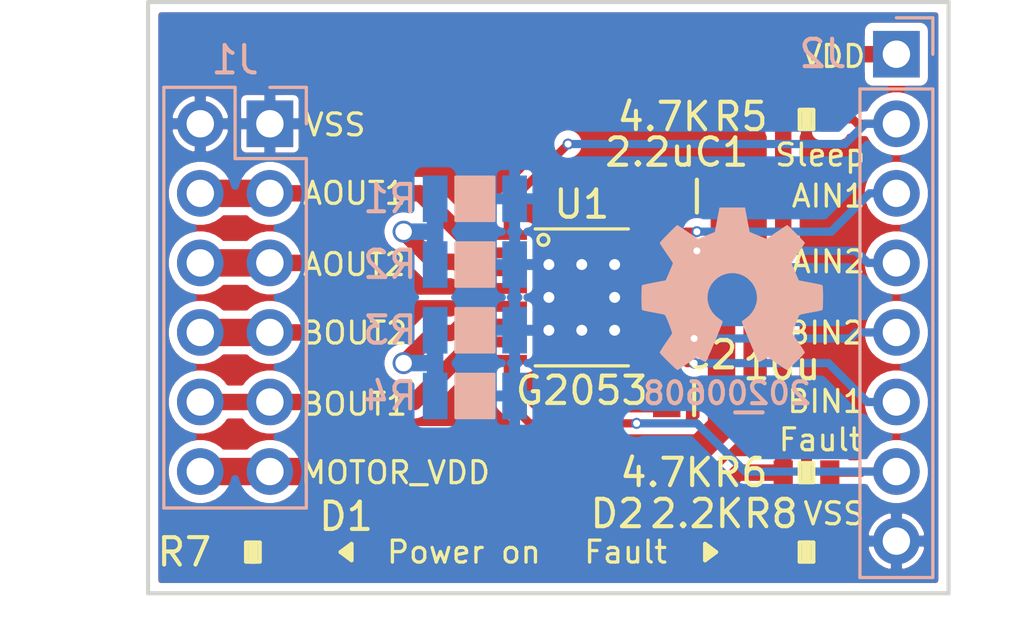
<source format=kicad_pcb>
(kicad_pcb (version 20171130) (host pcbnew 5.1.6-c6e7f7d~86~ubuntu19.10.1)

  (general
    (thickness 1.6)
    (drawings 20)
    (tracks 131)
    (zones 0)
    (modules 17)
    (nets 20)
  )

  (page A4)
  (layers
    (0 F.Cu signal)
    (31 B.Cu signal)
    (32 B.Adhes user)
    (33 F.Adhes user)
    (34 B.Paste user)
    (35 F.Paste user)
    (36 B.SilkS user)
    (37 F.SilkS user)
    (38 B.Mask user)
    (39 F.Mask user)
    (40 Dwgs.User user)
    (41 Cmts.User user)
    (42 Eco1.User user)
    (43 Eco2.User user)
    (44 Edge.Cuts user)
    (45 Margin user)
    (46 B.CrtYd user)
    (47 F.CrtYd user)
    (48 B.Fab user)
    (49 F.Fab user)
  )

  (setup
    (last_trace_width 0.1524)
    (user_trace_width 0.1524)
    (user_trace_width 0.2)
    (user_trace_width 0.3)
    (user_trace_width 0.4)
    (user_trace_width 0.6)
    (user_trace_width 1)
    (user_trace_width 1.5)
    (user_trace_width 2)
    (trace_clearance 0.1524)
    (zone_clearance 0.3)
    (zone_45_only no)
    (trace_min 0.1524)
    (via_size 0.381)
    (via_drill 0.254)
    (via_min_size 0.381)
    (via_min_drill 0.254)
    (user_via 0.4 0.254)
    (user_via 0.6 0.4)
    (user_via 0.8 0.6)
    (user_via 1 0.8)
    (user_via 1.3 1)
    (user_via 1.5 1.2)
    (user_via 1.7 1.4)
    (user_via 1.9 1.6)
    (uvia_size 0.381)
    (uvia_drill 0.254)
    (uvias_allowed no)
    (uvia_min_size 0.381)
    (uvia_min_drill 0.254)
    (edge_width 0.15)
    (segment_width 0.2)
    (pcb_text_width 0.3)
    (pcb_text_size 1.5 1.5)
    (mod_edge_width 0.15)
    (mod_text_size 1 1)
    (mod_text_width 0.15)
    (pad_size 3 3)
    (pad_drill 0)
    (pad_to_mask_clearance 0.1)
    (solder_mask_min_width 0.1)
    (aux_axis_origin 0 0)
    (visible_elements FFFFFF7F)
    (pcbplotparams
      (layerselection 0x010fc_ffffffff)
      (usegerberextensions true)
      (usegerberattributes false)
      (usegerberadvancedattributes false)
      (creategerberjobfile false)
      (excludeedgelayer true)
      (linewidth 0.100000)
      (plotframeref false)
      (viasonmask false)
      (mode 1)
      (useauxorigin false)
      (hpglpennumber 1)
      (hpglpenspeed 20)
      (hpglpendiameter 15.000000)
      (psnegative false)
      (psa4output false)
      (plotreference true)
      (plotvalue true)
      (plotinvisibletext false)
      (padsonsilk false)
      (subtractmaskfromsilk false)
      (outputformat 1)
      (mirror false)
      (drillshape 0)
      (scaleselection 1)
      (outputdirectory "OSH_Park_2_layer_plots"))
  )

  (net 0 "")
  (net 1 "Net-(C1-Pad2)")
  (net 2 /VSS)
  (net 3 /MOTOR_VDD)
  (net 4 "Net-(R1-Pad1)")
  (net 5 "Net-(R3-Pad1)")
  (net 6 "Net-(U1-Pad11)")
  (net 7 "Net-(D1-Pad1)")
  (net 8 /VDD)
  (net 9 "Net-(D2-Pad1)")
  (net 10 /BOUT1)
  (net 11 /BOUT2)
  (net 12 /AOUT2)
  (net 13 /AOUT1)
  (net 14 /nFAULT)
  (net 15 /BIN1)
  (net 16 /BIN2)
  (net 17 /AIN2)
  (net 18 /AIN1)
  (net 19 /nSLEEP)

  (net_class Default "This is the default net class."
    (clearance 0.1524)
    (trace_width 0.1524)
    (via_dia 0.381)
    (via_drill 0.254)
    (uvia_dia 0.381)
    (uvia_drill 0.254)
    (add_net /AIN1)
    (add_net /AIN2)
    (add_net /AOUT1)
    (add_net /AOUT2)
    (add_net /BIN1)
    (add_net /BIN2)
    (add_net /BOUT1)
    (add_net /BOUT2)
    (add_net /MOTOR_VDD)
    (add_net /VDD)
    (add_net /VSS)
    (add_net /nFAULT)
    (add_net /nSLEEP)
    (add_net "Net-(C1-Pad2)")
    (add_net "Net-(D1-Pad1)")
    (add_net "Net-(D2-Pad1)")
    (add_net "Net-(R1-Pad1)")
    (add_net "Net-(R3-Pad1)")
    (add_net "Net-(U1-Pad11)")
  )

  (module SquantorRcl:R_1206 (layer B.Cu) (tedit 5EDA1F7D) (tstamp 5ED5AB70)
    (at 167.5 121.7)
    (descr "Resistor SMD 1206, reflow soldering, Vishay (see dcrcw.pdf)")
    (tags "resistor 1206")
    (path /5ED61789)
    (attr smd)
    (fp_text reference R4 (at -3.1 0 180) (layer B.SilkS)
      (effects (font (size 1 1) (thickness 0.15)) (justify mirror))
    )
    (fp_text value TBD (at -3.6 0 180) (layer B.Fab)
      (effects (font (size 1 1) (thickness 0.15)) (justify mirror))
    )
    (fp_poly (pts (xy 0.7 -0.8) (xy -0.7 -0.8) (xy -0.7 0.8) (xy 0.7 0.8)) (layer B.SilkS) (width 0.1))
    (fp_line (start -1.6 -0.8) (end -1.6 0.8) (layer B.Fab) (width 0.1))
    (fp_line (start 1.6 -0.8) (end -1.6 -0.8) (layer B.Fab) (width 0.1))
    (fp_line (start 1.6 0.8) (end 1.6 -0.8) (layer B.Fab) (width 0.1))
    (fp_line (start -1.6 0.8) (end 1.6 0.8) (layer B.Fab) (width 0.1))
    (fp_line (start -2.2 1.2) (end 2.2 1.2) (layer B.CrtYd) (width 0.05))
    (fp_line (start -2.2 -1.2) (end 2.2 -1.2) (layer B.CrtYd) (width 0.05))
    (fp_line (start -2.2 1.2) (end -2.2 -1.2) (layer B.CrtYd) (width 0.05))
    (fp_line (start 2.2 1.2) (end 2.2 -1.2) (layer B.CrtYd) (width 0.05))
    (pad 2 smd rect (at 1.45 0) (size 0.9 1.7) (layers B.Cu B.Paste B.Mask)
      (net 2 /VSS))
    (pad 1 smd rect (at -1.45 0) (size 0.9 1.7) (layers B.Cu B.Paste B.Mask)
      (net 5 "Net-(R3-Pad1)"))
    (model ${KISYS3DMOD}/Resistor_SMD.3dshapes/R_1206_3216Metric.step
      (at (xyz 0 0 0))
      (scale (xyz 1 1 1))
      (rotate (xyz 0 0 0))
    )
  )

  (module SquantorRcl:R_1206 (layer B.Cu) (tedit 5EDA1F7D) (tstamp 5ED5AB61)
    (at 167.5 119.3)
    (descr "Resistor SMD 1206, reflow soldering, Vishay (see dcrcw.pdf)")
    (tags "resistor 1206")
    (path /5ED6177F)
    (attr smd)
    (fp_text reference R3 (at -3.1 0 180) (layer B.SilkS)
      (effects (font (size 1 1) (thickness 0.15)) (justify mirror))
    )
    (fp_text value TBD (at -3.5 0 180) (layer B.Fab)
      (effects (font (size 1 1) (thickness 0.15)) (justify mirror))
    )
    (fp_poly (pts (xy 0.7 -0.8) (xy -0.7 -0.8) (xy -0.7 0.8) (xy 0.7 0.8)) (layer B.SilkS) (width 0.1))
    (fp_line (start -1.6 -0.8) (end -1.6 0.8) (layer B.Fab) (width 0.1))
    (fp_line (start 1.6 -0.8) (end -1.6 -0.8) (layer B.Fab) (width 0.1))
    (fp_line (start 1.6 0.8) (end 1.6 -0.8) (layer B.Fab) (width 0.1))
    (fp_line (start -1.6 0.8) (end 1.6 0.8) (layer B.Fab) (width 0.1))
    (fp_line (start -2.2 1.2) (end 2.2 1.2) (layer B.CrtYd) (width 0.05))
    (fp_line (start -2.2 -1.2) (end 2.2 -1.2) (layer B.CrtYd) (width 0.05))
    (fp_line (start -2.2 1.2) (end -2.2 -1.2) (layer B.CrtYd) (width 0.05))
    (fp_line (start 2.2 1.2) (end 2.2 -1.2) (layer B.CrtYd) (width 0.05))
    (pad 2 smd rect (at 1.45 0) (size 0.9 1.7) (layers B.Cu B.Paste B.Mask)
      (net 2 /VSS))
    (pad 1 smd rect (at -1.45 0) (size 0.9 1.7) (layers B.Cu B.Paste B.Mask)
      (net 5 "Net-(R3-Pad1)"))
    (model ${KISYS3DMOD}/Resistor_SMD.3dshapes/R_1206_3216Metric.step
      (at (xyz 0 0 0))
      (scale (xyz 1 1 1))
      (rotate (xyz 0 0 0))
    )
  )

  (module SquantorRcl:R_1206 (layer B.Cu) (tedit 5EDA1F7D) (tstamp 5ED5AB52)
    (at 167.5 116.9)
    (descr "Resistor SMD 1206, reflow soldering, Vishay (see dcrcw.pdf)")
    (tags "resistor 1206")
    (path /5ED5EEDE)
    (attr smd)
    (fp_text reference R2 (at -3.1 0 180) (layer B.SilkS)
      (effects (font (size 1 1) (thickness 0.15)) (justify mirror))
    )
    (fp_text value TBD (at -3.5 0 180) (layer B.Fab)
      (effects (font (size 1 1) (thickness 0.15)) (justify mirror))
    )
    (fp_poly (pts (xy 0.7 -0.8) (xy -0.7 -0.8) (xy -0.7 0.8) (xy 0.7 0.8)) (layer B.SilkS) (width 0.1))
    (fp_line (start -1.6 -0.8) (end -1.6 0.8) (layer B.Fab) (width 0.1))
    (fp_line (start 1.6 -0.8) (end -1.6 -0.8) (layer B.Fab) (width 0.1))
    (fp_line (start 1.6 0.8) (end 1.6 -0.8) (layer B.Fab) (width 0.1))
    (fp_line (start -1.6 0.8) (end 1.6 0.8) (layer B.Fab) (width 0.1))
    (fp_line (start -2.2 1.2) (end 2.2 1.2) (layer B.CrtYd) (width 0.05))
    (fp_line (start -2.2 -1.2) (end 2.2 -1.2) (layer B.CrtYd) (width 0.05))
    (fp_line (start -2.2 1.2) (end -2.2 -1.2) (layer B.CrtYd) (width 0.05))
    (fp_line (start 2.2 1.2) (end 2.2 -1.2) (layer B.CrtYd) (width 0.05))
    (pad 2 smd rect (at 1.45 0) (size 0.9 1.7) (layers B.Cu B.Paste B.Mask)
      (net 2 /VSS))
    (pad 1 smd rect (at -1.45 0) (size 0.9 1.7) (layers B.Cu B.Paste B.Mask)
      (net 4 "Net-(R1-Pad1)"))
    (model ${KISYS3DMOD}/Resistor_SMD.3dshapes/R_1206_3216Metric.step
      (at (xyz 0 0 0))
      (scale (xyz 1 1 1))
      (rotate (xyz 0 0 0))
    )
  )

  (module SquantorRcl:R_1206 (layer B.Cu) (tedit 5EDA1F7D) (tstamp 5ED5AB43)
    (at 167.5 114.5)
    (descr "Resistor SMD 1206, reflow soldering, Vishay (see dcrcw.pdf)")
    (tags "resistor 1206")
    (path /5ED5D245)
    (attr smd)
    (fp_text reference R1 (at -3.1 0 180) (layer B.SilkS)
      (effects (font (size 1 1) (thickness 0.15)) (justify mirror))
    )
    (fp_text value TBD (at -3.4 0 180) (layer B.Fab)
      (effects (font (size 1 1) (thickness 0.15)) (justify mirror))
    )
    (fp_poly (pts (xy 0.7 -0.8) (xy -0.7 -0.8) (xy -0.7 0.8) (xy 0.7 0.8)) (layer B.SilkS) (width 0.1))
    (fp_line (start -1.6 -0.8) (end -1.6 0.8) (layer B.Fab) (width 0.1))
    (fp_line (start 1.6 -0.8) (end -1.6 -0.8) (layer B.Fab) (width 0.1))
    (fp_line (start 1.6 0.8) (end 1.6 -0.8) (layer B.Fab) (width 0.1))
    (fp_line (start -1.6 0.8) (end 1.6 0.8) (layer B.Fab) (width 0.1))
    (fp_line (start -2.2 1.2) (end 2.2 1.2) (layer B.CrtYd) (width 0.05))
    (fp_line (start -2.2 -1.2) (end 2.2 -1.2) (layer B.CrtYd) (width 0.05))
    (fp_line (start -2.2 1.2) (end -2.2 -1.2) (layer B.CrtYd) (width 0.05))
    (fp_line (start 2.2 1.2) (end 2.2 -1.2) (layer B.CrtYd) (width 0.05))
    (pad 2 smd rect (at 1.45 0) (size 0.9 1.7) (layers B.Cu B.Paste B.Mask)
      (net 2 /VSS))
    (pad 1 smd rect (at -1.45 0) (size 0.9 1.7) (layers B.Cu B.Paste B.Mask)
      (net 4 "Net-(R1-Pad1)"))
    (model ${KISYS3DMOD}/Resistor_SMD.3dshapes/R_1206_3216Metric.step
      (at (xyz 0 0 0))
      (scale (xyz 1 1 1))
      (rotate (xyz 0 0 0))
    )
  )

  (module SquantorRcl:R_0603_hand (layer F.Cu) (tedit 5D440259) (tstamp 5EDA1245)
    (at 179.6 127.4)
    (descr "Resistor SMD 0603, reflow soldering, Vishay (see dcrcw.pdf)")
    (tags "resistor 0603")
    (path /5EE24C63)
    (attr smd)
    (fp_text reference R8 (at -1.3 -1.4) (layer F.SilkS)
      (effects (font (size 1 1) (thickness 0.15)))
    )
    (fp_text value 2.2K (at -4 -1.4) (layer F.SilkS)
      (effects (font (size 1 1) (thickness 0.15)))
    )
    (fp_line (start -0.8 0.4) (end -0.8 -0.4) (layer F.Fab) (width 0.1))
    (fp_line (start 0.8 0.4) (end -0.8 0.4) (layer F.Fab) (width 0.1))
    (fp_line (start 0.8 -0.4) (end 0.8 0.4) (layer F.Fab) (width 0.1))
    (fp_line (start -0.8 -0.4) (end 0.8 -0.4) (layer F.Fab) (width 0.1))
    (fp_line (start -1.45 -0.75) (end 1.45 -0.75) (layer F.CrtYd) (width 0.05))
    (fp_line (start -1.45 0.75) (end 1.45 0.75) (layer F.CrtYd) (width 0.05))
    (fp_line (start -1.45 -0.75) (end -1.45 0.75) (layer F.CrtYd) (width 0.05))
    (fp_line (start 1.45 -0.75) (end 1.45 0.75) (layer F.CrtYd) (width 0.05))
    (fp_line (start 0.25 -0.35) (end 0.25 0.35) (layer F.SilkS) (width 0.15))
    (fp_line (start -0.25 0.35) (end -0.25 -0.35) (layer F.SilkS) (width 0.15))
    (fp_line (start -0.25 -0.35) (end 0.25 -0.35) (layer F.SilkS) (width 0.15))
    (fp_line (start 0.25 0.35) (end -0.25 0.35) (layer F.SilkS) (width 0.15))
    (fp_line (start -0.1 0.35) (end -0.1 -0.35) (layer F.SilkS) (width 0.15))
    (fp_line (start -0.1 -0.35) (end 0.1 -0.35) (layer F.SilkS) (width 0.15))
    (fp_line (start 0.1 -0.35) (end 0.1 0.35) (layer F.SilkS) (width 0.15))
    (fp_line (start 0 0.35) (end 0 -0.35) (layer F.SilkS) (width 0.15))
    (pad 2 smd rect (at 0.85 0) (size 0.7 0.9) (layers F.Cu F.Paste F.Mask)
      (net 14 /nFAULT))
    (pad 1 smd rect (at -0.85 0) (size 0.7 0.9) (layers F.Cu F.Paste F.Mask)
      (net 9 "Net-(D2-Pad1)"))
    (model ${KISYS3DMOD}/Resistor_SMD.3dshapes/R_0603_1608Metric.step
      (at (xyz 0 0 0))
      (scale (xyz 1 1 1))
      (rotate (xyz 0 0 0))
    )
  )

  (module SquantorRcl:R_0603_hand (layer F.Cu) (tedit 5D440259) (tstamp 5EDA122F)
    (at 159.4 127.4 180)
    (descr "Resistor SMD 0603, reflow soldering, Vishay (see dcrcw.pdf)")
    (tags "resistor 0603")
    (path /5EE2D78F)
    (attr smd)
    (fp_text reference R7 (at 2.5 0) (layer F.SilkS)
      (effects (font (size 1 1) (thickness 0.15)))
    )
    (fp_text value 2.2K (at 2.5 0) (layer F.Fab) hide
      (effects (font (size 1 1) (thickness 0.15)))
    )
    (fp_line (start -0.8 0.4) (end -0.8 -0.4) (layer F.Fab) (width 0.1))
    (fp_line (start 0.8 0.4) (end -0.8 0.4) (layer F.Fab) (width 0.1))
    (fp_line (start 0.8 -0.4) (end 0.8 0.4) (layer F.Fab) (width 0.1))
    (fp_line (start -0.8 -0.4) (end 0.8 -0.4) (layer F.Fab) (width 0.1))
    (fp_line (start -1.45 -0.75) (end 1.45 -0.75) (layer F.CrtYd) (width 0.05))
    (fp_line (start -1.45 0.75) (end 1.45 0.75) (layer F.CrtYd) (width 0.05))
    (fp_line (start -1.45 -0.75) (end -1.45 0.75) (layer F.CrtYd) (width 0.05))
    (fp_line (start 1.45 -0.75) (end 1.45 0.75) (layer F.CrtYd) (width 0.05))
    (fp_line (start 0.25 -0.35) (end 0.25 0.35) (layer F.SilkS) (width 0.15))
    (fp_line (start -0.25 0.35) (end -0.25 -0.35) (layer F.SilkS) (width 0.15))
    (fp_line (start -0.25 -0.35) (end 0.25 -0.35) (layer F.SilkS) (width 0.15))
    (fp_line (start 0.25 0.35) (end -0.25 0.35) (layer F.SilkS) (width 0.15))
    (fp_line (start -0.1 0.35) (end -0.1 -0.35) (layer F.SilkS) (width 0.15))
    (fp_line (start -0.1 -0.35) (end 0.1 -0.35) (layer F.SilkS) (width 0.15))
    (fp_line (start 0.1 -0.35) (end 0.1 0.35) (layer F.SilkS) (width 0.15))
    (fp_line (start 0 0.35) (end 0 -0.35) (layer F.SilkS) (width 0.15))
    (pad 2 smd rect (at 0.85 0 180) (size 0.7 0.9) (layers F.Cu F.Paste F.Mask)
      (net 2 /VSS))
    (pad 1 smd rect (at -0.85 0 180) (size 0.7 0.9) (layers F.Cu F.Paste F.Mask)
      (net 7 "Net-(D1-Pad1)"))
    (model ${KISYS3DMOD}/Resistor_SMD.3dshapes/R_0603_1608Metric.step
      (at (xyz 0 0 0))
      (scale (xyz 1 1 1))
      (rotate (xyz 0 0 0))
    )
  )

  (module SquantorRcl:R_0603_hand (layer F.Cu) (tedit 5D440259) (tstamp 5EDA1219)
    (at 179.6 124.5)
    (descr "Resistor SMD 0603, reflow soldering, Vishay (see dcrcw.pdf)")
    (tags "resistor 0603")
    (path /5EDA0E34)
    (attr smd)
    (fp_text reference R6 (at -2.4 0) (layer F.SilkS)
      (effects (font (size 1 1) (thickness 0.15)))
    )
    (fp_text value 4.7K (at -5.1 0) (layer F.SilkS)
      (effects (font (size 1 1) (thickness 0.15)))
    )
    (fp_line (start -0.8 0.4) (end -0.8 -0.4) (layer F.Fab) (width 0.1))
    (fp_line (start 0.8 0.4) (end -0.8 0.4) (layer F.Fab) (width 0.1))
    (fp_line (start 0.8 -0.4) (end 0.8 0.4) (layer F.Fab) (width 0.1))
    (fp_line (start -0.8 -0.4) (end 0.8 -0.4) (layer F.Fab) (width 0.1))
    (fp_line (start -1.45 -0.75) (end 1.45 -0.75) (layer F.CrtYd) (width 0.05))
    (fp_line (start -1.45 0.75) (end 1.45 0.75) (layer F.CrtYd) (width 0.05))
    (fp_line (start -1.45 -0.75) (end -1.45 0.75) (layer F.CrtYd) (width 0.05))
    (fp_line (start 1.45 -0.75) (end 1.45 0.75) (layer F.CrtYd) (width 0.05))
    (fp_line (start 0.25 -0.35) (end 0.25 0.35) (layer F.SilkS) (width 0.15))
    (fp_line (start -0.25 0.35) (end -0.25 -0.35) (layer F.SilkS) (width 0.15))
    (fp_line (start -0.25 -0.35) (end 0.25 -0.35) (layer F.SilkS) (width 0.15))
    (fp_line (start 0.25 0.35) (end -0.25 0.35) (layer F.SilkS) (width 0.15))
    (fp_line (start -0.1 0.35) (end -0.1 -0.35) (layer F.SilkS) (width 0.15))
    (fp_line (start -0.1 -0.35) (end 0.1 -0.35) (layer F.SilkS) (width 0.15))
    (fp_line (start 0.1 -0.35) (end 0.1 0.35) (layer F.SilkS) (width 0.15))
    (fp_line (start 0 0.35) (end 0 -0.35) (layer F.SilkS) (width 0.15))
    (pad 2 smd rect (at 0.85 0) (size 0.7 0.9) (layers F.Cu F.Paste F.Mask)
      (net 14 /nFAULT))
    (pad 1 smd rect (at -0.85 0) (size 0.7 0.9) (layers F.Cu F.Paste F.Mask)
      (net 8 /VDD))
    (model ${KISYS3DMOD}/Resistor_SMD.3dshapes/R_0603_1608Metric.step
      (at (xyz 0 0 0))
      (scale (xyz 1 1 1))
      (rotate (xyz 0 0 0))
    )
  )

  (module SquantorRcl:R_0603_hand (layer F.Cu) (tedit 5D440259) (tstamp 5EDA1203)
    (at 179.6 111.6)
    (descr "Resistor SMD 0603, reflow soldering, Vishay (see dcrcw.pdf)")
    (tags "resistor 0603")
    (path /5EDAB831)
    (attr smd)
    (fp_text reference R5 (at -2.4 -0.1) (layer F.SilkS)
      (effects (font (size 1 1) (thickness 0.15)))
    )
    (fp_text value 4.7K (at -5.2 -0.1) (layer F.SilkS)
      (effects (font (size 1 1) (thickness 0.15)))
    )
    (fp_line (start -0.8 0.4) (end -0.8 -0.4) (layer F.Fab) (width 0.1))
    (fp_line (start 0.8 0.4) (end -0.8 0.4) (layer F.Fab) (width 0.1))
    (fp_line (start 0.8 -0.4) (end 0.8 0.4) (layer F.Fab) (width 0.1))
    (fp_line (start -0.8 -0.4) (end 0.8 -0.4) (layer F.Fab) (width 0.1))
    (fp_line (start -1.45 -0.75) (end 1.45 -0.75) (layer F.CrtYd) (width 0.05))
    (fp_line (start -1.45 0.75) (end 1.45 0.75) (layer F.CrtYd) (width 0.05))
    (fp_line (start -1.45 -0.75) (end -1.45 0.75) (layer F.CrtYd) (width 0.05))
    (fp_line (start 1.45 -0.75) (end 1.45 0.75) (layer F.CrtYd) (width 0.05))
    (fp_line (start 0.25 -0.35) (end 0.25 0.35) (layer F.SilkS) (width 0.15))
    (fp_line (start -0.25 0.35) (end -0.25 -0.35) (layer F.SilkS) (width 0.15))
    (fp_line (start -0.25 -0.35) (end 0.25 -0.35) (layer F.SilkS) (width 0.15))
    (fp_line (start 0.25 0.35) (end -0.25 0.35) (layer F.SilkS) (width 0.15))
    (fp_line (start -0.1 0.35) (end -0.1 -0.35) (layer F.SilkS) (width 0.15))
    (fp_line (start -0.1 -0.35) (end 0.1 -0.35) (layer F.SilkS) (width 0.15))
    (fp_line (start 0.1 -0.35) (end 0.1 0.35) (layer F.SilkS) (width 0.15))
    (fp_line (start 0 0.35) (end 0 -0.35) (layer F.SilkS) (width 0.15))
    (pad 2 smd rect (at 0.85 0) (size 0.7 0.9) (layers F.Cu F.Paste F.Mask)
      (net 19 /nSLEEP))
    (pad 1 smd rect (at -0.85 0) (size 0.7 0.9) (layers F.Cu F.Paste F.Mask)
      (net 8 /VDD))
    (model ${KISYS3DMOD}/Resistor_SMD.3dshapes/R_0603_1608Metric.step
      (at (xyz 0 0 0))
      (scale (xyz 1 1 1))
      (rotate (xyz 0 0 0))
    )
  )

  (module Connector_PinHeader_2.54mm:PinHeader_1x08_P2.54mm_Vertical locked (layer B.Cu) (tedit 59FED5CC) (tstamp 5EDA13C3)
    (at 182.88 109.22 180)
    (descr "Through hole straight pin header, 1x08, 2.54mm pitch, single row")
    (tags "Through hole pin header THT 1x08 2.54mm single row")
    (path /5EE01BD6)
    (fp_text reference J2 (at 2.68 0.02) (layer B.SilkS)
      (effects (font (size 1 1) (thickness 0.15)) (justify mirror))
    )
    (fp_text value Conn_01x08 (at 0 -20.11) (layer B.Fab)
      (effects (font (size 1 1) (thickness 0.15)) (justify mirror))
    )
    (fp_line (start -0.635 1.27) (end 1.27 1.27) (layer B.Fab) (width 0.1))
    (fp_line (start 1.27 1.27) (end 1.27 -19.05) (layer B.Fab) (width 0.1))
    (fp_line (start 1.27 -19.05) (end -1.27 -19.05) (layer B.Fab) (width 0.1))
    (fp_line (start -1.27 -19.05) (end -1.27 0.635) (layer B.Fab) (width 0.1))
    (fp_line (start -1.27 0.635) (end -0.635 1.27) (layer B.Fab) (width 0.1))
    (fp_line (start -1.33 -19.11) (end 1.33 -19.11) (layer B.SilkS) (width 0.12))
    (fp_line (start -1.33 -1.27) (end -1.33 -19.11) (layer B.SilkS) (width 0.12))
    (fp_line (start 1.33 -1.27) (end 1.33 -19.11) (layer B.SilkS) (width 0.12))
    (fp_line (start -1.33 -1.27) (end 1.33 -1.27) (layer B.SilkS) (width 0.12))
    (fp_line (start -1.33 0) (end -1.33 1.33) (layer B.SilkS) (width 0.12))
    (fp_line (start -1.33 1.33) (end 0 1.33) (layer B.SilkS) (width 0.12))
    (fp_line (start -1.8 1.8) (end -1.8 -19.55) (layer B.CrtYd) (width 0.05))
    (fp_line (start -1.8 -19.55) (end 1.8 -19.55) (layer B.CrtYd) (width 0.05))
    (fp_line (start 1.8 -19.55) (end 1.8 1.8) (layer B.CrtYd) (width 0.05))
    (fp_line (start 1.8 1.8) (end -1.8 1.8) (layer B.CrtYd) (width 0.05))
    (fp_text user %R (at 0 -8.89 270) (layer F.Fab)
      (effects (font (size 1 1) (thickness 0.15)))
    )
    (pad 8 thru_hole oval (at 0 -17.78 180) (size 1.7 1.7) (drill 1) (layers *.Cu *.Mask)
      (net 2 /VSS))
    (pad 7 thru_hole oval (at 0 -15.24 180) (size 1.7 1.7) (drill 1) (layers *.Cu *.Mask)
      (net 14 /nFAULT))
    (pad 6 thru_hole oval (at 0 -12.7 180) (size 1.7 1.7) (drill 1) (layers *.Cu *.Mask)
      (net 15 /BIN1))
    (pad 5 thru_hole oval (at 0 -10.16 180) (size 1.7 1.7) (drill 1) (layers *.Cu *.Mask)
      (net 16 /BIN2))
    (pad 4 thru_hole oval (at 0 -7.62 180) (size 1.7 1.7) (drill 1) (layers *.Cu *.Mask)
      (net 17 /AIN2))
    (pad 3 thru_hole oval (at 0 -5.08 180) (size 1.7 1.7) (drill 1) (layers *.Cu *.Mask)
      (net 18 /AIN1))
    (pad 2 thru_hole oval (at 0 -2.54 180) (size 1.7 1.7) (drill 1) (layers *.Cu *.Mask)
      (net 19 /nSLEEP))
    (pad 1 thru_hole rect (at 0 0 180) (size 1.7 1.7) (drill 1) (layers *.Cu *.Mask)
      (net 8 /VDD))
    (model ${KISYS3DMOD}/Connector_PinHeader_2.54mm.3dshapes/PinHeader_1x08_P2.54mm_Vertical.wrl
      (at (xyz 0 0 0))
      (scale (xyz 1 1 1))
      (rotate (xyz 0 0 0))
    )
  )

  (module SquantorDiodes:LED_0603_hand (layer F.Cu) (tedit 5D43FE44) (tstamp 5EDA110F)
    (at 176.1 127.4 180)
    (descr "LED SMD 0603, reflow soldering, general purpose")
    (tags "LED 0603")
    (path /5EE258E7)
    (attr smd)
    (fp_text reference D2 (at 3.4 1.4) (layer F.SilkS)
      (effects (font (size 1 1) (thickness 0.15)))
    )
    (fp_text value RED (at 3.4 1.4) (layer F.Fab)
      (effects (font (size 1 1) (thickness 0.15)))
    )
    (fp_line (start -0.8 0.4) (end -0.8 -0.4) (layer F.Fab) (width 0.1))
    (fp_line (start 0.8 0.4) (end -0.8 0.4) (layer F.Fab) (width 0.1))
    (fp_line (start 0.8 -0.4) (end 0.8 0.4) (layer F.Fab) (width 0.1))
    (fp_line (start -0.8 -0.4) (end 0.8 -0.4) (layer F.Fab) (width 0.1))
    (fp_line (start -1.5 -0.7) (end 1.5 -0.7) (layer F.CrtYd) (width 0.05))
    (fp_line (start -1.5 0.7) (end 1.5 0.7) (layer F.CrtYd) (width 0.05))
    (fp_line (start -1.5 -0.7) (end -1.5 0.7) (layer F.CrtYd) (width 0.05))
    (fp_line (start 1.5 -0.7) (end 1.5 0.7) (layer F.CrtYd) (width 0.05))
    (fp_line (start 0.2 -0.3) (end -0.2 0) (layer F.SilkS) (width 0.15))
    (fp_line (start -0.2 0) (end 0.2 0.3) (layer F.SilkS) (width 0.15))
    (fp_line (start 0.2 0.3) (end 0.2 -0.3) (layer F.SilkS) (width 0.15))
    (fp_line (start -0.2 0) (end 0.2 0) (layer F.SilkS) (width 0.15))
    (fp_line (start 0.1 -0.2) (end 0.1 0.2) (layer F.SilkS) (width 0.15))
    (pad 2 smd rect (at 0.85 0 180) (size 0.7 0.9) (layers F.Cu F.Paste F.Mask)
      (net 8 /VDD))
    (pad 1 smd rect (at -0.85 0 180) (size 0.7 0.9) (layers F.Cu F.Paste F.Mask)
      (net 9 "Net-(D2-Pad1)"))
    (model ${KISYS3DMOD}/LED_SMD.3dshapes/LED_0603_1608Metric.step
      (at (xyz 0 0 0))
      (scale (xyz 1 1 1))
      (rotate (xyz 0 0 0))
    )
  )

  (module SquantorDiodes:LED_0603_hand (layer F.Cu) (tedit 5D43FE44) (tstamp 5EDA10FC)
    (at 162.8 127.4)
    (descr "LED SMD 0603, reflow soldering, general purpose")
    (tags "LED 0603")
    (path /5EE2E712)
    (attr smd)
    (fp_text reference D1 (at 0 -1.3) (layer F.SilkS)
      (effects (font (size 1 1) (thickness 0.15)))
    )
    (fp_text value ORN (at -0.1 -1.3) (layer F.Fab)
      (effects (font (size 1 1) (thickness 0.15)))
    )
    (fp_line (start -0.8 0.4) (end -0.8 -0.4) (layer F.Fab) (width 0.1))
    (fp_line (start 0.8 0.4) (end -0.8 0.4) (layer F.Fab) (width 0.1))
    (fp_line (start 0.8 -0.4) (end 0.8 0.4) (layer F.Fab) (width 0.1))
    (fp_line (start -0.8 -0.4) (end 0.8 -0.4) (layer F.Fab) (width 0.1))
    (fp_line (start -1.5 -0.7) (end 1.5 -0.7) (layer F.CrtYd) (width 0.05))
    (fp_line (start -1.5 0.7) (end 1.5 0.7) (layer F.CrtYd) (width 0.05))
    (fp_line (start -1.5 -0.7) (end -1.5 0.7) (layer F.CrtYd) (width 0.05))
    (fp_line (start 1.5 -0.7) (end 1.5 0.7) (layer F.CrtYd) (width 0.05))
    (fp_line (start 0.2 -0.3) (end -0.2 0) (layer F.SilkS) (width 0.15))
    (fp_line (start -0.2 0) (end 0.2 0.3) (layer F.SilkS) (width 0.15))
    (fp_line (start 0.2 0.3) (end 0.2 -0.3) (layer F.SilkS) (width 0.15))
    (fp_line (start -0.2 0) (end 0.2 0) (layer F.SilkS) (width 0.15))
    (fp_line (start 0.1 -0.2) (end 0.1 0.2) (layer F.SilkS) (width 0.15))
    (pad 2 smd rect (at 0.85 0) (size 0.7 0.9) (layers F.Cu F.Paste F.Mask)
      (net 3 /MOTOR_VDD))
    (pad 1 smd rect (at -0.85 0) (size 0.7 0.9) (layers F.Cu F.Paste F.Mask)
      (net 7 "Net-(D1-Pad1)"))
    (model ${KISYS3DMOD}/LED_SMD.3dshapes/LED_0603_1608Metric.step
      (at (xyz 0 0 0))
      (scale (xyz 1 1 1))
      (rotate (xyz 0 0 0))
    )
  )

  (module SquantorRcl:C_0805 (layer F.Cu) (tedit 5D87C73D) (tstamp 5EDA10E9)
    (at 175.5 121.8)
    (descr "Capacitor SMD 0805, reflow soldering, AVX (see smccp.pdf)")
    (tags "capacitor 0805")
    (path /5EDF83C7)
    (attr smd)
    (fp_text reference C2 (at 0.6 -1.6) (layer F.SilkS)
      (effects (font (size 1 1) (thickness 0.15)))
    )
    (fp_text value 10u (at 3.2 -1.2) (layer F.SilkS)
      (effects (font (size 1 1) (thickness 0.15)))
    )
    (fp_line (start -0.9 0.625) (end -0.9 -0.625) (layer F.Fab) (width 0.1))
    (fp_line (start 0.9 0.625) (end -0.9 0.625) (layer F.Fab) (width 0.1))
    (fp_line (start 0.9 -0.625) (end 0.9 0.625) (layer F.Fab) (width 0.1))
    (fp_line (start -0.9 -0.625) (end 0.9 -0.625) (layer F.Fab) (width 0.1))
    (fp_line (start -1.75 -0.95) (end 1.75 -0.95) (layer F.CrtYd) (width 0.05))
    (fp_line (start -1.75 0.95) (end 1.75 0.95) (layer F.CrtYd) (width 0.05))
    (fp_line (start -1.75 -0.95) (end -1.75 0.95) (layer F.CrtYd) (width 0.05))
    (fp_line (start 1.75 -0.95) (end 1.75 0.95) (layer F.CrtYd) (width 0.05))
    (fp_line (start 0 -0.6) (end 0 0.6) (layer F.SilkS) (width 0.15))
    (pad 2 smd rect (at 1 0) (size 1 1.35) (layers F.Cu F.Paste F.Mask)
      (net 3 /MOTOR_VDD))
    (pad 1 smd rect (at -1 0) (size 1 1.35) (layers F.Cu F.Paste F.Mask)
      (net 2 /VSS))
    (model ${KISYS3DMOD}/Capacitor_SMD.3dshapes/C_0805_2012Metric.step
      (at (xyz 0 0 0))
      (scale (xyz 1 1 1))
      (rotate (xyz 0 0 0))
    )
  )

  (module SquantorLabels:Label_Generic (layer B.Cu) (tedit 5D8A7D4C) (tstamp 5B96DD88)
    (at 177.5 121.7 180)
    (descr "Label for general purpose use")
    (tags Label)
    (path /5A1357A5)
    (attr smd)
    (fp_text reference N2 (at 0 -1.85) (layer B.Fab) hide
      (effects (font (size 1 1) (thickness 0.15)) (justify mirror))
    )
    (fp_text value 20200608 (at 0.8 0.1) (layer B.SilkS)
      (effects (font (size 0.8 0.8) (thickness 0.15)) (justify mirror))
    )
    (fp_line (start -0.5 -0.6) (end 0.5 -0.6) (layer B.SilkS) (width 0.15))
  )

  (module SquantorIC:TSSOP-16_EP (layer F.Cu) (tedit 5EDEA51B) (tstamp 5ED5AB90)
    (at 171.4 118.1)
    (path /5ED52BF7)
    (attr smd)
    (fp_text reference U1 (at 0 -3.4) (layer F.SilkS)
      (effects (font (size 1 1) (thickness 0.15)))
    )
    (fp_text value G2053 (at 0 3.4 180) (layer F.SilkS)
      (effects (font (size 1 1) (thickness 0.15)))
    )
    (fp_circle (center -1.4 -2.1) (end -1.2 -2.1) (layer F.SilkS) (width 0.12))
    (fp_line (start -1.7 2.5) (end 1.7 2.5) (layer F.SilkS) (width 0.12))
    (fp_line (start -1.7 -2.5) (end 1.7 -2.5) (layer F.SilkS) (width 0.12))
    (fp_line (start -3.65 -2.7) (end 3.65 -2.7) (layer F.CrtYd) (width 0.05))
    (fp_line (start -3.65 2.7) (end -3.65 -2.7) (layer F.CrtYd) (width 0.05))
    (fp_line (start 3.65 2.7) (end -3.65 2.7) (layer F.CrtYd) (width 0.05))
    (fp_line (start 3.65 -2.7) (end 3.65 2.7) (layer F.CrtYd) (width 0.05))
    (fp_line (start -2.2 2.5) (end -2.2 -2.5) (layer F.Fab) (width 0.12))
    (fp_line (start 2.2 2.5) (end -2.2 2.5) (layer F.Fab) (width 0.12))
    (fp_line (start 2.2 -2.5) (end 2.2 2.5) (layer F.Fab) (width 0.12))
    (fp_line (start -2.2 -2.5) (end 2.2 -2.5) (layer F.Fab) (width 0.12))
    (pad 17 smd rect (at 0 0 270) (size 3 3) (layers F.Cu F.Paste F.Mask)
      (net 2 /VSS) (zone_connect 2))
    (pad 8 smd rect (at -2.7 2.275 270) (size 0.35 1.4) (layers F.Cu F.Paste F.Mask)
      (net 14 /nFAULT))
    (pad 9 smd rect (at 2.7 2.275 270) (size 0.35 1.4) (layers F.Cu F.Paste F.Mask)
      (net 15 /BIN1))
    (pad 7 smd rect (at -2.7 1.625 270) (size 0.35 1.4) (layers F.Cu F.Paste F.Mask)
      (net 10 /BOUT1))
    (pad 10 smd rect (at 2.7 1.625 270) (size 0.35 1.4) (layers F.Cu F.Paste F.Mask)
      (net 16 /BIN2))
    (pad 6 smd rect (at -2.7 0.975 270) (size 0.35 1.4) (layers F.Cu F.Paste F.Mask)
      (net 5 "Net-(R3-Pad1)"))
    (pad 11 smd rect (at 2.7 0.975 270) (size 0.35 1.4) (layers F.Cu F.Paste F.Mask)
      (net 6 "Net-(U1-Pad11)"))
    (pad 5 smd rect (at -2.7 0.325 270) (size 0.35 1.4) (layers F.Cu F.Paste F.Mask)
      (net 11 /BOUT2))
    (pad 12 smd rect (at 2.7 0.325 270) (size 0.35 1.4) (layers F.Cu F.Paste F.Mask)
      (net 3 /MOTOR_VDD))
    (pad 4 smd rect (at -2.7 -0.325 270) (size 0.35 1.4) (layers F.Cu F.Paste F.Mask)
      (net 12 /AOUT2))
    (pad 13 smd rect (at 2.7 -0.325 270) (size 0.35 1.4) (layers F.Cu F.Paste F.Mask)
      (net 2 /VSS))
    (pad 3 smd rect (at -2.7 -0.975 270) (size 0.35 1.4) (layers F.Cu F.Paste F.Mask)
      (net 4 "Net-(R1-Pad1)"))
    (pad 14 smd rect (at 2.7 -0.975 270) (size 0.35 1.4) (layers F.Cu F.Paste F.Mask)
      (net 1 "Net-(C1-Pad2)"))
    (pad 2 smd rect (at -2.7 -1.625 270) (size 0.35 1.4) (layers F.Cu F.Paste F.Mask)
      (net 13 /AOUT1))
    (pad 15 smd rect (at 2.7 -1.625 270) (size 0.35 1.4) (layers F.Cu F.Paste F.Mask)
      (net 17 /AIN2))
    (pad 1 smd rect (at -2.7 -2.275 270) (size 0.35 1.4) (layers F.Cu F.Paste F.Mask)
      (net 19 /nSLEEP))
    (pad 16 smd rect (at 2.7 -2.275 270) (size 0.35 1.4) (layers F.Cu F.Paste F.Mask)
      (net 18 /AIN1))
    (model ${KISYS3DMOD}/Package_SO.3dshapes/MSOP-16-1EP_3x4mm_P0.5mm_EP1.65x2.85mm.step
      (at (xyz 0 0 0))
      (scale (xyz 1.3 1.3 1))
      (rotate (xyz 0 0 0))
    )
  )

  (module Connector_PinHeader_2.54mm:PinHeader_2x06_P2.54mm_Vertical locked (layer B.Cu) (tedit 59FED5CC) (tstamp 5ED5AB28)
    (at 160.02 111.76 180)
    (descr "Through hole straight pin header, 2x06, 2.54mm pitch, double rows")
    (tags "Through hole pin header THT 2x06 2.54mm double row")
    (path /5ED5359D)
    (fp_text reference J1 (at 1.27 2.33) (layer B.SilkS)
      (effects (font (size 1 1) (thickness 0.15)) (justify mirror))
    )
    (fp_text value Conn_02x06_Odd_Even (at 1.27 -15.03) (layer B.Fab)
      (effects (font (size 1 1) (thickness 0.15)) (justify mirror))
    )
    (fp_line (start 4.35 1.8) (end -1.8 1.8) (layer B.CrtYd) (width 0.05))
    (fp_line (start 4.35 -14.5) (end 4.35 1.8) (layer B.CrtYd) (width 0.05))
    (fp_line (start -1.8 -14.5) (end 4.35 -14.5) (layer B.CrtYd) (width 0.05))
    (fp_line (start -1.8 1.8) (end -1.8 -14.5) (layer B.CrtYd) (width 0.05))
    (fp_line (start -1.33 1.33) (end 0 1.33) (layer B.SilkS) (width 0.12))
    (fp_line (start -1.33 0) (end -1.33 1.33) (layer B.SilkS) (width 0.12))
    (fp_line (start 1.27 1.33) (end 3.87 1.33) (layer B.SilkS) (width 0.12))
    (fp_line (start 1.27 -1.27) (end 1.27 1.33) (layer B.SilkS) (width 0.12))
    (fp_line (start -1.33 -1.27) (end 1.27 -1.27) (layer B.SilkS) (width 0.12))
    (fp_line (start 3.87 1.33) (end 3.87 -14.03) (layer B.SilkS) (width 0.12))
    (fp_line (start -1.33 -1.27) (end -1.33 -14.03) (layer B.SilkS) (width 0.12))
    (fp_line (start -1.33 -14.03) (end 3.87 -14.03) (layer B.SilkS) (width 0.12))
    (fp_line (start -1.27 0) (end 0 1.27) (layer B.Fab) (width 0.1))
    (fp_line (start -1.27 -13.97) (end -1.27 0) (layer B.Fab) (width 0.1))
    (fp_line (start 3.81 -13.97) (end -1.27 -13.97) (layer B.Fab) (width 0.1))
    (fp_line (start 3.81 1.27) (end 3.81 -13.97) (layer B.Fab) (width 0.1))
    (fp_line (start 0 1.27) (end 3.81 1.27) (layer B.Fab) (width 0.1))
    (fp_text user %R (at 1.27 -6.35 270) (layer B.Fab)
      (effects (font (size 1 1) (thickness 0.15)) (justify mirror))
    )
    (pad 12 thru_hole oval (at 2.54 -12.7 180) (size 1.7 1.7) (drill 1) (layers *.Cu *.Mask)
      (net 3 /MOTOR_VDD))
    (pad 11 thru_hole oval (at 0 -12.7 180) (size 1.7 1.7) (drill 1) (layers *.Cu *.Mask)
      (net 3 /MOTOR_VDD))
    (pad 10 thru_hole oval (at 2.54 -10.16 180) (size 1.7 1.7) (drill 1) (layers *.Cu *.Mask)
      (net 10 /BOUT1))
    (pad 9 thru_hole oval (at 0 -10.16 180) (size 1.7 1.7) (drill 1) (layers *.Cu *.Mask)
      (net 10 /BOUT1))
    (pad 8 thru_hole oval (at 2.54 -7.62 180) (size 1.7 1.7) (drill 1) (layers *.Cu *.Mask)
      (net 11 /BOUT2))
    (pad 7 thru_hole oval (at 0 -7.62 180) (size 1.7 1.7) (drill 1) (layers *.Cu *.Mask)
      (net 11 /BOUT2))
    (pad 6 thru_hole oval (at 2.54 -5.08 180) (size 1.7 1.7) (drill 1) (layers *.Cu *.Mask)
      (net 12 /AOUT2))
    (pad 5 thru_hole oval (at 0 -5.08 180) (size 1.7 1.7) (drill 1) (layers *.Cu *.Mask)
      (net 12 /AOUT2))
    (pad 4 thru_hole oval (at 2.54 -2.54 180) (size 1.7 1.7) (drill 1) (layers *.Cu *.Mask)
      (net 13 /AOUT1))
    (pad 3 thru_hole oval (at 0 -2.54 180) (size 1.7 1.7) (drill 1) (layers *.Cu *.Mask)
      (net 13 /AOUT1))
    (pad 2 thru_hole oval (at 2.54 0 180) (size 1.7 1.7) (drill 1) (layers *.Cu *.Mask)
      (net 2 /VSS))
    (pad 1 thru_hole rect (at 0 0 180) (size 1.7 1.7) (drill 1) (layers *.Cu *.Mask)
      (net 2 /VSS))
    (model ${KISYS3DMOD}/Connector_PinHeader_2.54mm.3dshapes/PinHeader_2x06_P2.54mm_Vertical.wrl
      (at (xyz 0 0 0))
      (scale (xyz 1 1 1))
      (rotate (xyz 0 0 0))
    )
  )

  (module SquantorRcl:C_0805 (layer F.Cu) (tedit 5D87C73D) (tstamp 5ED5AB06)
    (at 175.6 114.4)
    (descr "Capacitor SMD 0805, reflow soldering, AVX (see smccp.pdf)")
    (tags "capacitor 0805")
    (path /5ED569B5)
    (attr smd)
    (fp_text reference C1 (at 0.9 -1.6) (layer F.SilkS)
      (effects (font (size 1 1) (thickness 0.15)))
    )
    (fp_text value 2.2u (at -1.7 -1.6) (layer F.SilkS)
      (effects (font (size 1 1) (thickness 0.15)))
    )
    (fp_line (start 0 -0.6) (end 0 0.6) (layer F.SilkS) (width 0.15))
    (fp_line (start 1.75 -0.95) (end 1.75 0.95) (layer F.CrtYd) (width 0.05))
    (fp_line (start -1.75 -0.95) (end -1.75 0.95) (layer F.CrtYd) (width 0.05))
    (fp_line (start -1.75 0.95) (end 1.75 0.95) (layer F.CrtYd) (width 0.05))
    (fp_line (start -1.75 -0.95) (end 1.75 -0.95) (layer F.CrtYd) (width 0.05))
    (fp_line (start -0.9 -0.625) (end 0.9 -0.625) (layer F.Fab) (width 0.1))
    (fp_line (start 0.9 -0.625) (end 0.9 0.625) (layer F.Fab) (width 0.1))
    (fp_line (start 0.9 0.625) (end -0.9 0.625) (layer F.Fab) (width 0.1))
    (fp_line (start -0.9 0.625) (end -0.9 -0.625) (layer F.Fab) (width 0.1))
    (pad 2 smd rect (at 1 0) (size 1 1.35) (layers F.Cu F.Paste F.Mask)
      (net 1 "Net-(C1-Pad2)"))
    (pad 1 smd rect (at -1 0) (size 1 1.35) (layers F.Cu F.Paste F.Mask)
      (net 2 /VSS))
    (model ${KISYS3DMOD}/Capacitor_SMD.3dshapes/C_0805_2012Metric.step
      (at (xyz 0 0 0))
      (scale (xyz 1 1 1))
      (rotate (xyz 0 0 0))
    )
  )

  (module Symbols:OSHW-Symbol_6.7x6mm_SilkScreen (layer B.Cu) (tedit 0) (tstamp 5A135134)
    (at 176.9 117.8 180)
    (descr "Open Source Hardware Symbol")
    (tags "Logo Symbol OSHW")
    (path /5A135869)
    (attr virtual)
    (fp_text reference N1 (at 0 0) (layer B.SilkS) hide
      (effects (font (size 1 1) (thickness 0.15)) (justify mirror))
    )
    (fp_text value OHWLOGO (at 0.75 0) (layer B.Fab) hide
      (effects (font (size 1 1) (thickness 0.15)) (justify mirror))
    )
    (fp_poly (pts (xy 0.555814 2.531069) (xy 0.639635 2.086445) (xy 0.94892 1.958947) (xy 1.258206 1.831449)
      (xy 1.629246 2.083754) (xy 1.733157 2.154004) (xy 1.827087 2.216728) (xy 1.906652 2.269062)
      (xy 1.96747 2.308143) (xy 2.005157 2.331107) (xy 2.015421 2.336058) (xy 2.03391 2.323324)
      (xy 2.07342 2.288118) (xy 2.129522 2.234938) (xy 2.197787 2.168282) (xy 2.273786 2.092646)
      (xy 2.353092 2.012528) (xy 2.431275 1.932426) (xy 2.503907 1.856836) (xy 2.566559 1.790255)
      (xy 2.614803 1.737182) (xy 2.64421 1.702113) (xy 2.651241 1.690377) (xy 2.641123 1.66874)
      (xy 2.612759 1.621338) (xy 2.569129 1.552807) (xy 2.513218 1.467785) (xy 2.448006 1.370907)
      (xy 2.410219 1.31565) (xy 2.341343 1.214752) (xy 2.28014 1.123701) (xy 2.229578 1.04703)
      (xy 2.192628 0.989272) (xy 2.172258 0.954957) (xy 2.169197 0.947746) (xy 2.176136 0.927252)
      (xy 2.195051 0.879487) (xy 2.223087 0.811168) (xy 2.257391 0.729011) (xy 2.295109 0.63973)
      (xy 2.333387 0.550042) (xy 2.36937 0.466662) (xy 2.400206 0.396306) (xy 2.423039 0.34569)
      (xy 2.435017 0.321529) (xy 2.435724 0.320578) (xy 2.454531 0.315964) (xy 2.504618 0.305672)
      (xy 2.580793 0.290713) (xy 2.677865 0.272099) (xy 2.790643 0.250841) (xy 2.856442 0.238582)
      (xy 2.97695 0.215638) (xy 3.085797 0.193805) (xy 3.177476 0.174278) (xy 3.246481 0.158252)
      (xy 3.287304 0.146921) (xy 3.295511 0.143326) (xy 3.303548 0.118994) (xy 3.310033 0.064041)
      (xy 3.31497 -0.015108) (xy 3.318364 -0.112026) (xy 3.320218 -0.220287) (xy 3.320538 -0.333465)
      (xy 3.319327 -0.445135) (xy 3.31659 -0.548868) (xy 3.312331 -0.638241) (xy 3.306555 -0.706826)
      (xy 3.299267 -0.748197) (xy 3.294895 -0.75681) (xy 3.268764 -0.767133) (xy 3.213393 -0.781892)
      (xy 3.136107 -0.799352) (xy 3.04423 -0.81778) (xy 3.012158 -0.823741) (xy 2.857524 -0.852066)
      (xy 2.735375 -0.874876) (xy 2.641673 -0.89308) (xy 2.572384 -0.907583) (xy 2.523471 -0.919292)
      (xy 2.490897 -0.929115) (xy 2.470628 -0.937956) (xy 2.458626 -0.946724) (xy 2.456947 -0.948457)
      (xy 2.440184 -0.976371) (xy 2.414614 -1.030695) (xy 2.382788 -1.104777) (xy 2.34726 -1.191965)
      (xy 2.310583 -1.285608) (xy 2.275311 -1.379052) (xy 2.243996 -1.465647) (xy 2.219193 -1.53874)
      (xy 2.203454 -1.591678) (xy 2.199332 -1.617811) (xy 2.199676 -1.618726) (xy 2.213641 -1.640086)
      (xy 2.245322 -1.687084) (xy 2.291391 -1.754827) (xy 2.348518 -1.838423) (xy 2.413373 -1.932982)
      (xy 2.431843 -1.959854) (xy 2.497699 -2.057275) (xy 2.55565 -2.146163) (xy 2.602538 -2.221412)
      (xy 2.635207 -2.27792) (xy 2.6505 -2.310581) (xy 2.651241 -2.314593) (xy 2.638392 -2.335684)
      (xy 2.602888 -2.377464) (xy 2.549293 -2.435445) (xy 2.482171 -2.505135) (xy 2.406087 -2.582045)
      (xy 2.325604 -2.661683) (xy 2.245287 -2.739561) (xy 2.169699 -2.811186) (xy 2.103405 -2.87207)
      (xy 2.050969 -2.917721) (xy 2.016955 -2.94365) (xy 2.007545 -2.947883) (xy 1.985643 -2.937912)
      (xy 1.9408 -2.91102) (xy 1.880321 -2.871736) (xy 1.833789 -2.840117) (xy 1.749475 -2.782098)
      (xy 1.649626 -2.713784) (xy 1.549473 -2.645579) (xy 1.495627 -2.609075) (xy 1.313371 -2.4858)
      (xy 1.160381 -2.56852) (xy 1.090682 -2.604759) (xy 1.031414 -2.632926) (xy 0.991311 -2.648991)
      (xy 0.981103 -2.651226) (xy 0.968829 -2.634722) (xy 0.944613 -2.588082) (xy 0.910263 -2.515609)
      (xy 0.867588 -2.421606) (xy 0.818394 -2.310374) (xy 0.76449 -2.186215) (xy 0.707684 -2.053432)
      (xy 0.649782 -1.916327) (xy 0.592593 -1.779202) (xy 0.537924 -1.646358) (xy 0.487584 -1.522098)
      (xy 0.44338 -1.410725) (xy 0.407119 -1.316539) (xy 0.380609 -1.243844) (xy 0.365658 -1.196941)
      (xy 0.363254 -1.180833) (xy 0.382311 -1.160286) (xy 0.424036 -1.126933) (xy 0.479706 -1.087702)
      (xy 0.484378 -1.084599) (xy 0.628264 -0.969423) (xy 0.744283 -0.835053) (xy 0.83143 -0.685784)
      (xy 0.888699 -0.525913) (xy 0.915086 -0.359737) (xy 0.909585 -0.191552) (xy 0.87119 -0.025655)
      (xy 0.798895 0.133658) (xy 0.777626 0.168513) (xy 0.666996 0.309263) (xy 0.536302 0.422286)
      (xy 0.390064 0.506997) (xy 0.232808 0.562806) (xy 0.069057 0.589126) (xy -0.096667 0.58537)
      (xy -0.259838 0.55095) (xy -0.415935 0.485277) (xy -0.560433 0.387765) (xy -0.605131 0.348187)
      (xy -0.718888 0.224297) (xy -0.801782 0.093876) (xy -0.858644 -0.052315) (xy -0.890313 -0.197088)
      (xy -0.898131 -0.35986) (xy -0.872062 -0.52344) (xy -0.814755 -0.682298) (xy -0.728856 -0.830906)
      (xy -0.617014 -0.963735) (xy -0.481877 -1.075256) (xy -0.464117 -1.087011) (xy -0.40785 -1.125508)
      (xy -0.365077 -1.158863) (xy -0.344628 -1.18016) (xy -0.344331 -1.180833) (xy -0.348721 -1.203871)
      (xy -0.366124 -1.256157) (xy -0.394732 -1.33339) (xy -0.432735 -1.431268) (xy -0.478326 -1.545491)
      (xy -0.529697 -1.671758) (xy -0.585038 -1.805767) (xy -0.642542 -1.943218) (xy -0.700399 -2.079808)
      (xy -0.756802 -2.211237) (xy -0.809942 -2.333205) (xy -0.85801 -2.441409) (xy -0.899199 -2.531549)
      (xy -0.931699 -2.599323) (xy -0.953703 -2.64043) (xy -0.962564 -2.651226) (xy -0.98964 -2.642819)
      (xy -1.040303 -2.620272) (xy -1.105817 -2.587613) (xy -1.141841 -2.56852) (xy -1.294832 -2.4858)
      (xy -1.477088 -2.609075) (xy -1.570125 -2.672228) (xy -1.671985 -2.741727) (xy -1.767438 -2.807165)
      (xy -1.81525 -2.840117) (xy -1.882495 -2.885273) (xy -1.939436 -2.921057) (xy -1.978646 -2.942938)
      (xy -1.991381 -2.947563) (xy -2.009917 -2.935085) (xy -2.050941 -2.900252) (xy -2.110475 -2.846678)
      (xy -2.184542 -2.777983) (xy -2.269165 -2.697781) (xy -2.322685 -2.646286) (xy -2.416319 -2.554286)
      (xy -2.497241 -2.471999) (xy -2.562177 -2.402945) (xy -2.607858 -2.350644) (xy -2.631011 -2.318616)
      (xy -2.633232 -2.312116) (xy -2.622924 -2.287394) (xy -2.594439 -2.237405) (xy -2.550937 -2.167212)
      (xy -2.495577 -2.081875) (xy -2.43152 -1.986456) (xy -2.413303 -1.959854) (xy -2.346927 -1.863167)
      (xy -2.287378 -1.776117) (xy -2.237984 -1.703595) (xy -2.202075 -1.650493) (xy -2.182981 -1.621703)
      (xy -2.181136 -1.618726) (xy -2.183895 -1.595782) (xy -2.198538 -1.545336) (xy -2.222513 -1.474041)
      (xy -2.253266 -1.388547) (xy -2.288244 -1.295507) (xy -2.324893 -1.201574) (xy -2.360661 -1.113399)
      (xy -2.392994 -1.037634) (xy -2.419338 -0.980931) (xy -2.437142 -0.949943) (xy -2.438407 -0.948457)
      (xy -2.449294 -0.939601) (xy -2.467682 -0.930843) (xy -2.497606 -0.921277) (xy -2.543103 -0.909996)
      (xy -2.608209 -0.896093) (xy -2.696961 -0.878663) (xy -2.813393 -0.856798) (xy -2.961542 -0.829591)
      (xy -2.993618 -0.823741) (xy -3.088686 -0.805374) (xy -3.171565 -0.787405) (xy -3.23493 -0.771569)
      (xy -3.271458 -0.7596) (xy -3.276356 -0.75681) (xy -3.284427 -0.732072) (xy -3.290987 -0.67679)
      (xy -3.296033 -0.597389) (xy -3.299559 -0.500296) (xy -3.301561 -0.391938) (xy -3.302036 -0.27874)
      (xy -3.300977 -0.167128) (xy -3.298382 -0.063529) (xy -3.294246 0.025632) (xy -3.288563 0.093928)
      (xy -3.281331 0.134934) (xy -3.276971 0.143326) (xy -3.252698 0.151792) (xy -3.197426 0.165565)
      (xy -3.116662 0.18345) (xy -3.015912 0.204252) (xy -2.900683 0.226777) (xy -2.837902 0.238582)
      (xy -2.718787 0.260849) (xy -2.612565 0.281021) (xy -2.524427 0.298085) (xy -2.459566 0.311031)
      (xy -2.423174 0.318845) (xy -2.417184 0.320578) (xy -2.407061 0.34011) (xy -2.385662 0.387157)
      (xy -2.355839 0.454997) (xy -2.320445 0.536909) (xy -2.282332 0.626172) (xy -2.244353 0.716065)
      (xy -2.20936 0.799865) (xy -2.180206 0.870853) (xy -2.159743 0.922306) (xy -2.150823 0.947503)
      (xy -2.150657 0.948604) (xy -2.160769 0.968481) (xy -2.189117 1.014223) (xy -2.232723 1.081283)
      (xy -2.288606 1.165116) (xy -2.353787 1.261174) (xy -2.391679 1.31635) (xy -2.460725 1.417519)
      (xy -2.52205 1.50937) (xy -2.572663 1.587256) (xy -2.609571 1.646531) (xy -2.629782 1.682549)
      (xy -2.632701 1.690623) (xy -2.620153 1.709416) (xy -2.585463 1.749543) (xy -2.533063 1.806507)
      (xy -2.467384 1.875815) (xy -2.392856 1.952969) (xy -2.313913 2.033475) (xy -2.234983 2.112837)
      (xy -2.1605 2.18656) (xy -2.094894 2.250148) (xy -2.042596 2.299106) (xy -2.008039 2.328939)
      (xy -1.996478 2.336058) (xy -1.977654 2.326047) (xy -1.932631 2.297922) (xy -1.865787 2.254546)
      (xy -1.781499 2.198782) (xy -1.684144 2.133494) (xy -1.610707 2.083754) (xy -1.239667 1.831449)
      (xy -0.621095 2.086445) (xy -0.537275 2.531069) (xy -0.453454 2.975693) (xy 0.471994 2.975693)
      (xy 0.555814 2.531069)) (layer B.SilkS) (width 0.01))
  )

  (gr_text VSS (at 180.6 126) (layer F.SilkS)
    (effects (font (size 0.8 0.8) (thickness 0.12)))
  )
  (gr_text VDD (at 180.6 109.3) (layer F.SilkS)
    (effects (font (size 0.8 0.8) (thickness 0.12)))
  )
  (gr_text Fault (at 180.1 123.3) (layer F.SilkS)
    (effects (font (size 0.8 0.8) (thickness 0.12)))
  )
  (gr_text BIN1 (at 180.3 121.9) (layer F.SilkS)
    (effects (font (size 0.8 0.8) (thickness 0.12)))
  )
  (gr_text BIN2 (at 180.3 119.4) (layer F.SilkS)
    (effects (font (size 0.8 0.8) (thickness 0.12)))
  )
  (gr_text AIN2 (at 180.4 116.8) (layer F.SilkS)
    (effects (font (size 0.8 0.8) (thickness 0.12)))
  )
  (gr_text AIN1 (at 180.4 114.4) (layer F.SilkS)
    (effects (font (size 0.8 0.8) (thickness 0.12)))
  )
  (gr_text Sleep (at 180.1 112.9) (layer F.SilkS)
    (effects (font (size 0.8 0.8) (thickness 0.12)))
  )
  (gr_text Fault (at 173 127.4) (layer F.SilkS)
    (effects (font (size 0.8 0.8) (thickness 0.12)))
  )
  (gr_text "Power on" (at 167.1 127.4) (layer F.SilkS)
    (effects (font (size 0.8 0.8) (thickness 0.12)))
  )
  (gr_text MOTOR_VDD (at 164.6 124.5) (layer F.SilkS)
    (effects (font (size 0.8 0.8) (thickness 0.12)))
  )
  (gr_text BOUT1 (at 163.1 122) (layer F.SilkS)
    (effects (font (size 0.8 0.8) (thickness 0.12)))
  )
  (gr_text BOUT2 (at 163.1 119.4) (layer F.SilkS)
    (effects (font (size 0.8 0.8) (thickness 0.12)))
  )
  (gr_text AOUT2 (at 163.1 116.9) (layer F.SilkS)
    (effects (font (size 0.8 0.8) (thickness 0.12)))
  )
  (gr_text AOUT1 (at 163.1 114.3) (layer F.SilkS)
    (effects (font (size 0.8 0.8) (thickness 0.12)))
  )
  (gr_text VSS (at 162.4 111.8) (layer F.SilkS)
    (effects (font (size 0.8 0.8) (thickness 0.12)))
  )
  (gr_line (start 184.785 128.905) (end 184.785 107.315) (layer Edge.Cuts) (width 0.15) (tstamp 5EDA727A))
  (gr_line (start 155.575 128.905) (end 184.785 128.905) (layer Edge.Cuts) (width 0.15))
  (gr_line (start 155.575 107.315) (end 155.575 128.905) (layer Edge.Cuts) (width 0.15))
  (gr_line (start 184.785 107.315) (end 155.575 107.315) (layer Edge.Cuts) (width 0.15))

  (segment (start 174.1 117.125) (end 176.375 117.125) (width 0.4) (layer F.Cu) (net 1))
  (segment (start 176.375 117.125) (end 176.6 116.9) (width 0.4) (layer F.Cu) (net 1))
  (segment (start 176.6 116.9) (end 176.6 114.4) (width 1) (layer F.Cu) (net 1))
  (via (at 170.2 116.9) (size 0.6) (drill 0.4) (layers F.Cu B.Cu) (net 2))
  (via (at 172.6 116.9) (size 0.6) (drill 0.4) (layers F.Cu B.Cu) (net 2) (tstamp 5EDA7A67))
  (via (at 172.6 119.3) (size 0.6) (drill 0.4) (layers F.Cu B.Cu) (net 2) (tstamp 5EDA7A69))
  (via (at 170.2 119.3) (size 0.6) (drill 0.4) (layers F.Cu B.Cu) (net 2) (tstamp 5EDA7A6B))
  (via (at 170.2 118.1) (size 0.6) (drill 0.4) (layers F.Cu B.Cu) (net 2) (tstamp 5EDA7A6D))
  (via (at 172.6 118.1) (size 0.6) (drill 0.4) (layers F.Cu B.Cu) (net 2) (tstamp 5EDA7A6F))
  (via (at 171.4 116.9) (size 0.6) (drill 0.4) (layers F.Cu B.Cu) (net 2) (tstamp 5EDA7A71))
  (via (at 171.4 119.3) (size 0.6) (drill 0.4) (layers F.Cu B.Cu) (net 2) (tstamp 5EDA7A77))
  (segment (start 171.725 117.775) (end 171.4 118.1) (width 0.4) (layer F.Cu) (net 2))
  (segment (start 174.1 117.775) (end 171.725 117.775) (width 0.4) (layer F.Cu) (net 2))
  (segment (start 174.5 121.8) (end 171.9 121.8) (width 1) (layer F.Cu) (net 2))
  (segment (start 171.4 121.3) (end 171.4 119.3) (width 1) (layer F.Cu) (net 2))
  (segment (start 171.9 121.8) (end 171.4 121.3) (width 1) (layer F.Cu) (net 2))
  (segment (start 174.6 114.4) (end 172.1 114.4) (width 1) (layer F.Cu) (net 2))
  (segment (start 171.4 115.1) (end 171.4 116.9) (width 1) (layer F.Cu) (net 2))
  (segment (start 172.1 114.4) (end 171.4 115.1) (width 1) (layer F.Cu) (net 2))
  (segment (start 174.1 118.425) (end 175.425 118.425) (width 0.4) (layer F.Cu) (net 3))
  (segment (start 175.425 118.425) (end 176.225 118.425) (width 0.4) (layer F.Cu) (net 3))
  (segment (start 176.225 118.425) (end 176.5 118.7) (width 0.4) (layer F.Cu) (net 3))
  (segment (start 176.5 121.8) (end 176.5 118.7) (width 1) (layer F.Cu) (net 3))
  (segment (start 157.48 124.46) (end 160.02 124.46) (width 1) (layer F.Cu) (net 3))
  (segment (start 176.5 122.8) (end 176.5 121.8) (width 1) (layer F.Cu) (net 3))
  (segment (start 175.7 123.6) (end 176.5 122.8) (width 1) (layer F.Cu) (net 3))
  (segment (start 163.7 123.6) (end 175.7 123.6) (width 1) (layer F.Cu) (net 3))
  (segment (start 160.02 124.46) (end 161.46 124.46) (width 1) (layer F.Cu) (net 3))
  (segment (start 162.32 123.6) (end 163.7 123.6) (width 1) (layer F.Cu) (net 3))
  (segment (start 161.46 124.46) (end 162.32 123.6) (width 1) (layer F.Cu) (net 3))
  (segment (start 163.65 126.65) (end 161.46 124.46) (width 0.3) (layer F.Cu) (net 3))
  (segment (start 163.65 127.4) (end 163.65 126.65) (width 0.3) (layer F.Cu) (net 3))
  (segment (start 167.025 117.125) (end 166.7 116.8) (width 0.4) (layer F.Cu) (net 4))
  (segment (start 168.7 117.125) (end 167.025 117.125) (width 0.4) (layer F.Cu) (net 4))
  (segment (start 164.9 115.7) (end 166 116.8) (width 0.6) (layer F.Cu) (net 4))
  (via (at 164.9 115.7) (size 0.8) (drill 0.6) (layers F.Cu B.Cu) (net 4))
  (segment (start 166 116.8) (end 166.7 116.8) (width 0.6) (layer F.Cu) (net 4))
  (segment (start 165.9 116.7) (end 166.05 116.7) (width 0.6) (layer B.Cu) (net 4))
  (segment (start 166 115.7) (end 166.05 115.65) (width 0.6) (layer B.Cu) (net 4))
  (segment (start 164.9 115.7) (end 166 115.7) (width 0.6) (layer B.Cu) (net 4))
  (segment (start 166.05 114.5) (end 166.05 115.65) (width 0.6) (layer B.Cu) (net 4))
  (segment (start 166.05 115.65) (end 166.05 116.9) (width 0.6) (layer B.Cu) (net 4))
  (segment (start 166.925 119.075) (end 166.6 119.4) (width 0.4) (layer F.Cu) (net 5))
  (segment (start 168.7 119.075) (end 166.925 119.075) (width 0.4) (layer F.Cu) (net 5))
  (segment (start 164.9 120.5) (end 164.9 120.45) (width 0.6) (layer B.Cu) (net 5))
  (segment (start 166 119.4) (end 166.6 119.4) (width 0.6) (layer F.Cu) (net 5))
  (via (at 164.9 120.5) (size 0.8) (drill 0.6) (layers F.Cu B.Cu) (net 5))
  (segment (start 164.9 120.5) (end 166 119.4) (width 0.6) (layer F.Cu) (net 5))
  (segment (start 166 120.5) (end 166.05 120.55) (width 0.6) (layer B.Cu) (net 5))
  (segment (start 164.9 120.5) (end 166 120.5) (width 0.6) (layer B.Cu) (net 5))
  (segment (start 166.05 121.7) (end 166.05 120.55) (width 0.6) (layer B.Cu) (net 5))
  (segment (start 166.05 120.55) (end 166.05 119.3) (width 0.6) (layer B.Cu) (net 5))
  (segment (start 160.25 127.4) (end 161.95 127.4) (width 0.4) (layer F.Cu) (net 7))
  (segment (start 178.75 124.5) (end 178.75 111.8) (width 0.6) (layer F.Cu) (net 8))
  (segment (start 178.75 124.5) (end 177.1 124.5) (width 0.6) (layer F.Cu) (net 8))
  (segment (start 175.25 126.35) (end 175.25 127.4) (width 0.6) (layer F.Cu) (net 8))
  (segment (start 177.1 124.5) (end 175.25 126.35) (width 0.6) (layer F.Cu) (net 8))
  (segment (start 178.75 110.95) (end 178.75 111.8) (width 0.6) (layer F.Cu) (net 8))
  (segment (start 182.88 109.22) (end 180.48 109.22) (width 0.6) (layer F.Cu) (net 8))
  (segment (start 180.48 109.22) (end 178.75 110.95) (width 0.6) (layer F.Cu) (net 8))
  (segment (start 178.75 127.4) (end 176.95 127.4) (width 0.3) (layer F.Cu) (net 9))
  (segment (start 168.7 119.725) (end 167.475 119.725) (width 0.4) (layer F.Cu) (net 10))
  (segment (start 167.475 119.725) (end 167.2 120) (width 0.4) (layer F.Cu) (net 10))
  (segment (start 157.48 121.92) (end 160.02 121.92) (width 0.6) (layer F.Cu) (net 10))
  (segment (start 165.28 121.92) (end 167.3 119.9) (width 0.6) (layer F.Cu) (net 10))
  (segment (start 160.02 121.92) (end 165.28 121.92) (width 0.6) (layer F.Cu) (net 10))
  (segment (start 157.48 119.38) (end 160.02 119.38) (width 1) (layer F.Cu) (net 11))
  (segment (start 166.675 118.425) (end 166.6 118.5) (width 0.4) (layer F.Cu) (net 11))
  (segment (start 168.7 118.425) (end 166.675 118.425) (width 0.4) (layer F.Cu) (net 11))
  (segment (start 165.5 118.5) (end 166.6 118.5) (width 0.6) (layer F.Cu) (net 11))
  (segment (start 160.02 119.38) (end 164.62 119.38) (width 0.6) (layer F.Cu) (net 11))
  (segment (start 164.62 119.38) (end 165.5 118.5) (width 0.6) (layer F.Cu) (net 11))
  (segment (start 157.48 116.84) (end 160.02 116.84) (width 1) (layer F.Cu) (net 12))
  (segment (start 166.675 117.775) (end 166.6 117.7) (width 0.4) (layer F.Cu) (net 12))
  (segment (start 168.7 117.775) (end 166.675 117.775) (width 0.4) (layer F.Cu) (net 12))
  (segment (start 165.5 117.7) (end 166.6 117.7) (width 0.6) (layer F.Cu) (net 12))
  (segment (start 160.02 116.84) (end 164.64 116.84) (width 0.6) (layer F.Cu) (net 12))
  (segment (start 164.64 116.84) (end 165.5 117.7) (width 0.6) (layer F.Cu) (net 12))
  (segment (start 168.7 116.475) (end 167.675 116.475) (width 0.4) (layer F.Cu) (net 13))
  (segment (start 167.675 116.475) (end 167.3 116.1) (width 0.4) (layer F.Cu) (net 13))
  (segment (start 157.48 114.3) (end 160.02 114.3) (width 1) (layer F.Cu) (net 13))
  (segment (start 165.5 114.3) (end 167.3 116.1) (width 0.6) (layer F.Cu) (net 13))
  (segment (start 160.02 114.3) (end 165.5 114.3) (width 0.6) (layer F.Cu) (net 13))
  (segment (start 180.45 124.5) (end 181.6 124.5) (width 0.3) (layer F.Cu) (net 14))
  (segment (start 181.64 124.46) (end 182.88 124.46) (width 0.3) (layer F.Cu) (net 14))
  (segment (start 181.6 124.5) (end 181.64 124.46) (width 0.3) (layer F.Cu) (net 14))
  (segment (start 180.45 124.5) (end 180.45 127.4) (width 0.3) (layer F.Cu) (net 14))
  (segment (start 173.4 122.7) (end 175.6 122.7) (width 0.3) (layer B.Cu) (net 14))
  (segment (start 168.7 120.375) (end 168.7 121.9) (width 0.3) (layer F.Cu) (net 14))
  (segment (start 168.7 121.9) (end 169.5 122.7) (width 0.3) (layer F.Cu) (net 14))
  (via (at 173.4 122.7) (size 0.4) (drill 0.254) (layers F.Cu B.Cu) (net 14))
  (segment (start 169.5 122.7) (end 173.4 122.7) (width 0.3) (layer F.Cu) (net 14))
  (segment (start 175.6 122.7) (end 177.36 124.46) (width 0.3) (layer B.Cu) (net 14))
  (segment (start 177.36 124.46) (end 182.88 124.46) (width 0.3) (layer B.Cu) (net 14))
  (segment (start 175.125 120.375) (end 174.1 120.375) (width 0.3) (layer F.Cu) (net 15))
  (via (at 175.5 120.5) (size 0.4) (drill 0.254) (layers F.Cu B.Cu) (net 15))
  (segment (start 175.25 120.5) (end 175.125 120.375) (width 0.3) (layer F.Cu) (net 15))
  (segment (start 175.5 120.5) (end 175.25 120.5) (width 0.3) (layer F.Cu) (net 15))
  (segment (start 181.82 121.92) (end 182.88 121.92) (width 0.3) (layer B.Cu) (net 15))
  (segment (start 175.5 120.5) (end 180.4 120.5) (width 0.3) (layer B.Cu) (net 15))
  (segment (start 180.4 120.5) (end 181.82 121.92) (width 0.3) (layer B.Cu) (net 15))
  (segment (start 175.075 119.725) (end 174.1 119.725) (width 0.3) (layer F.Cu) (net 16))
  (segment (start 175.2 119.6) (end 175.075 119.725) (width 0.3) (layer F.Cu) (net 16))
  (via (at 175.5 119.6) (size 0.4) (drill 0.254) (layers F.Cu B.Cu) (net 16))
  (segment (start 175.5 119.6) (end 175.2 119.6) (width 0.3) (layer F.Cu) (net 16))
  (segment (start 175.5 119.6) (end 181.2 119.6) (width 0.3) (layer B.Cu) (net 16))
  (segment (start 181.42 119.38) (end 182.88 119.38) (width 0.3) (layer B.Cu) (net 16))
  (segment (start 181.2 119.6) (end 181.42 119.38) (width 0.3) (layer B.Cu) (net 16))
  (segment (start 175.025 116.475) (end 174.1 116.475) (width 0.3) (layer F.Cu) (net 17))
  (segment (start 175.1 116.4) (end 175.025 116.475) (width 0.3) (layer F.Cu) (net 17))
  (via (at 175.6 116.4) (size 0.4) (drill 0.254) (layers F.Cu B.Cu) (net 17))
  (segment (start 175.6 116.4) (end 175.1 116.4) (width 0.3) (layer F.Cu) (net 17))
  (segment (start 181.84 116.84) (end 182.88 116.84) (width 0.3) (layer B.Cu) (net 17))
  (segment (start 175.6 116.4) (end 181.4 116.4) (width 0.3) (layer B.Cu) (net 17))
  (segment (start 181.4 116.4) (end 181.84 116.84) (width 0.3) (layer B.Cu) (net 17))
  (segment (start 175.075 115.825) (end 174.1 115.825) (width 0.3) (layer F.Cu) (net 18))
  (segment (start 175.2 115.7) (end 175.075 115.825) (width 0.3) (layer F.Cu) (net 18))
  (via (at 175.6 115.7) (size 0.4) (drill 0.254) (layers F.Cu B.Cu) (net 18))
  (segment (start 175.6 115.7) (end 175.2 115.7) (width 0.3) (layer F.Cu) (net 18))
  (segment (start 181.9 114.3) (end 182.88 114.3) (width 0.3) (layer B.Cu) (net 18))
  (segment (start 175.6 115.7) (end 180.5 115.7) (width 0.3) (layer B.Cu) (net 18))
  (segment (start 180.5 115.7) (end 181.9 114.3) (width 0.3) (layer B.Cu) (net 18))
  (segment (start 168.7 115.825) (end 168.7 114.7) (width 0.3) (layer F.Cu) (net 19))
  (via (at 170.9 112.5) (size 0.4) (drill 0.254) (layers F.Cu B.Cu) (net 19))
  (segment (start 168.7 114.7) (end 170.9 112.5) (width 0.3) (layer F.Cu) (net 19))
  (segment (start 181.74 111.76) (end 182.88 111.76) (width 0.3) (layer B.Cu) (net 19))
  (segment (start 170.9 112.5) (end 181 112.5) (width 0.3) (layer B.Cu) (net 19))
  (segment (start 181 112.5) (end 181.74 111.76) (width 0.3) (layer B.Cu) (net 19))
  (segment (start 182.88 111.76) (end 181.46 111.76) (width 0.3) (layer F.Cu) (net 19))
  (segment (start 181.3 111.6) (end 180.45 111.6) (width 0.3) (layer F.Cu) (net 19))
  (segment (start 181.46 111.76) (end 181.3 111.6) (width 0.3) (layer F.Cu) (net 19))

  (zone (net 2) (net_name /VSS) (layer B.Cu) (tstamp 0) (hatch edge 0.508)
    (connect_pads (clearance 0.3))
    (min_thickness 0.3)
    (fill yes (arc_segments 32) (thermal_gap 0.2) (thermal_bridge_width 0.4))
    (polygon
      (pts
        (xy 184.785 128.905) (xy 155.575 128.905) (xy 155.575 107.315) (xy 184.785 107.315)
      )
    )
    (filled_polygon
      (pts
        (xy 184.26 128.38) (xy 156.1 128.38) (xy 156.1 127.236943) (xy 181.703625 127.236943) (xy 181.77024 127.45655)
        (xy 181.880632 127.664281) (xy 182.029429 127.846484) (xy 182.210913 127.996157) (xy 182.41811 128.107548) (xy 182.643057 128.176377)
        (xy 182.83 128.11146) (xy 182.83 127.05) (xy 182.93 127.05) (xy 182.93 128.11146) (xy 183.116943 128.176377)
        (xy 183.34189 128.107548) (xy 183.549087 127.996157) (xy 183.730571 127.846484) (xy 183.879368 127.664281) (xy 183.98976 127.45655)
        (xy 184.056375 127.236943) (xy 183.991376 127.05) (xy 182.93 127.05) (xy 182.83 127.05) (xy 181.768624 127.05)
        (xy 181.703625 127.236943) (xy 156.1 127.236943) (xy 156.1 126.763057) (xy 181.703625 126.763057) (xy 181.768624 126.95)
        (xy 182.83 126.95) (xy 182.83 125.88854) (xy 182.93 125.88854) (xy 182.93 126.95) (xy 183.991376 126.95)
        (xy 184.056375 126.763057) (xy 183.98976 126.54345) (xy 183.879368 126.335719) (xy 183.730571 126.153516) (xy 183.549087 126.003843)
        (xy 183.34189 125.892452) (xy 183.116943 125.823623) (xy 182.93 125.88854) (xy 182.83 125.88854) (xy 182.643057 125.823623)
        (xy 182.41811 125.892452) (xy 182.210913 126.003843) (xy 182.029429 126.153516) (xy 181.880632 126.335719) (xy 181.77024 126.54345)
        (xy 181.703625 126.763057) (xy 156.1 126.763057) (xy 156.1 114.171961) (xy 156.18 114.171961) (xy 156.18 114.428039)
        (xy 156.229958 114.679196) (xy 156.327955 114.915781) (xy 156.470224 115.128702) (xy 156.651298 115.309776) (xy 156.864219 115.452045)
        (xy 157.100804 115.550042) (xy 157.20114 115.57) (xy 157.100804 115.589958) (xy 156.864219 115.687955) (xy 156.651298 115.830224)
        (xy 156.470224 116.011298) (xy 156.327955 116.224219) (xy 156.229958 116.460804) (xy 156.18 116.711961) (xy 156.18 116.968039)
        (xy 156.229958 117.219196) (xy 156.327955 117.455781) (xy 156.470224 117.668702) (xy 156.651298 117.849776) (xy 156.864219 117.992045)
        (xy 157.100804 118.090042) (xy 157.20114 118.11) (xy 157.100804 118.129958) (xy 156.864219 118.227955) (xy 156.651298 118.370224)
        (xy 156.470224 118.551298) (xy 156.327955 118.764219) (xy 156.229958 119.000804) (xy 156.18 119.251961) (xy 156.18 119.508039)
        (xy 156.229958 119.759196) (xy 156.327955 119.995781) (xy 156.470224 120.208702) (xy 156.651298 120.389776) (xy 156.864219 120.532045)
        (xy 157.100804 120.630042) (xy 157.20114 120.65) (xy 157.100804 120.669958) (xy 156.864219 120.767955) (xy 156.651298 120.910224)
        (xy 156.470224 121.091298) (xy 156.327955 121.304219) (xy 156.229958 121.540804) (xy 156.18 121.791961) (xy 156.18 122.048039)
        (xy 156.229958 122.299196) (xy 156.327955 122.535781) (xy 156.470224 122.748702) (xy 156.651298 122.929776) (xy 156.864219 123.072045)
        (xy 157.100804 123.170042) (xy 157.20114 123.19) (xy 157.100804 123.209958) (xy 156.864219 123.307955) (xy 156.651298 123.450224)
        (xy 156.470224 123.631298) (xy 156.327955 123.844219) (xy 156.229958 124.080804) (xy 156.18 124.331961) (xy 156.18 124.588039)
        (xy 156.229958 124.839196) (xy 156.327955 125.075781) (xy 156.470224 125.288702) (xy 156.651298 125.469776) (xy 156.864219 125.612045)
        (xy 157.100804 125.710042) (xy 157.351961 125.76) (xy 157.608039 125.76) (xy 157.859196 125.710042) (xy 158.095781 125.612045)
        (xy 158.308702 125.469776) (xy 158.489776 125.288702) (xy 158.632045 125.075781) (xy 158.730042 124.839196) (xy 158.75 124.73886)
        (xy 158.769958 124.839196) (xy 158.867955 125.075781) (xy 159.010224 125.288702) (xy 159.191298 125.469776) (xy 159.404219 125.612045)
        (xy 159.640804 125.710042) (xy 159.891961 125.76) (xy 160.148039 125.76) (xy 160.399196 125.710042) (xy 160.635781 125.612045)
        (xy 160.848702 125.469776) (xy 161.029776 125.288702) (xy 161.172045 125.075781) (xy 161.270042 124.839196) (xy 161.32 124.588039)
        (xy 161.32 124.331961) (xy 161.270042 124.080804) (xy 161.172045 123.844219) (xy 161.029776 123.631298) (xy 160.848702 123.450224)
        (xy 160.635781 123.307955) (xy 160.399196 123.209958) (xy 160.29886 123.19) (xy 160.399196 123.170042) (xy 160.635781 123.072045)
        (xy 160.848702 122.929776) (xy 161.029776 122.748702) (xy 161.172045 122.535781) (xy 161.270042 122.299196) (xy 161.32 122.048039)
        (xy 161.32 121.791961) (xy 161.270042 121.540804) (xy 161.172045 121.304219) (xy 161.029776 121.091298) (xy 160.848702 120.910224)
        (xy 160.635781 120.767955) (xy 160.399196 120.669958) (xy 160.29886 120.65) (xy 160.399196 120.630042) (xy 160.635781 120.532045)
        (xy 160.848702 120.389776) (xy 161.029776 120.208702) (xy 161.172045 119.995781) (xy 161.270042 119.759196) (xy 161.32 119.508039)
        (xy 161.32 119.251961) (xy 161.270042 119.000804) (xy 161.172045 118.764219) (xy 161.029776 118.551298) (xy 160.848702 118.370224)
        (xy 160.635781 118.227955) (xy 160.399196 118.129958) (xy 160.29886 118.11) (xy 160.399196 118.090042) (xy 160.635781 117.992045)
        (xy 160.848702 117.849776) (xy 161.029776 117.668702) (xy 161.172045 117.455781) (xy 161.270042 117.219196) (xy 161.32 116.968039)
        (xy 161.32 116.711961) (xy 161.270042 116.460804) (xy 161.172045 116.224219) (xy 161.029776 116.011298) (xy 160.848702 115.830224)
        (xy 160.635781 115.687955) (xy 160.462748 115.616282) (xy 164.05 115.616282) (xy 164.05 115.783718) (xy 164.082665 115.947936)
        (xy 164.14674 116.102626) (xy 164.239762 116.241844) (xy 164.358156 116.360238) (xy 164.497374 116.45326) (xy 164.652064 116.517335)
        (xy 164.816282 116.55) (xy 164.983718 116.55) (xy 165.147823 116.517357) (xy 165.147823 116.685268) (xy 165.146372 116.7)
        (xy 165.147823 116.714732) (xy 165.147823 117.75) (xy 165.156511 117.838215) (xy 165.182243 117.923041) (xy 165.224029 118.001216)
        (xy 165.280263 118.069737) (xy 165.317138 118.1) (xy 165.280263 118.130263) (xy 165.224029 118.198784) (xy 165.182243 118.276959)
        (xy 165.156511 118.361785) (xy 165.147823 118.45) (xy 165.147823 119.682643) (xy 164.983718 119.65) (xy 164.816282 119.65)
        (xy 164.652064 119.682665) (xy 164.497374 119.74674) (xy 164.358156 119.839762) (xy 164.239762 119.958156) (xy 164.14674 120.097374)
        (xy 164.082665 120.252064) (xy 164.05 120.416282) (xy 164.05 120.583718) (xy 164.082665 120.747936) (xy 164.14674 120.902626)
        (xy 164.239762 121.041844) (xy 164.358156 121.160238) (xy 164.497374 121.25326) (xy 164.652064 121.317335) (xy 164.816282 121.35)
        (xy 164.983718 121.35) (xy 165.147823 121.317357) (xy 165.147823 122.55) (xy 165.156511 122.638215) (xy 165.182243 122.723041)
        (xy 165.224029 122.801216) (xy 165.280263 122.869737) (xy 165.348784 122.925971) (xy 165.426959 122.967757) (xy 165.511785 122.993489)
        (xy 165.6 123.002177) (xy 166.5 123.002177) (xy 166.588215 122.993489) (xy 166.673041 122.967757) (xy 166.751216 122.925971)
        (xy 166.819737 122.869737) (xy 166.875971 122.801216) (xy 166.917757 122.723041) (xy 166.943489 122.638215) (xy 166.952177 122.55)
        (xy 168.148306 122.55) (xy 168.155064 122.618612) (xy 168.175077 122.684587) (xy 168.207577 122.745391) (xy 168.251315 122.798685)
        (xy 168.304609 122.842423) (xy 168.365413 122.874923) (xy 168.431388 122.894936) (xy 168.5 122.901694) (xy 168.8125 122.9)
        (xy 168.9 122.8125) (xy 168.9 121.75) (xy 169 121.75) (xy 169 122.8125) (xy 169.0875 122.9)
        (xy 169.4 122.901694) (xy 169.468612 122.894936) (xy 169.534587 122.874923) (xy 169.595391 122.842423) (xy 169.648685 122.798685)
        (xy 169.692423 122.745391) (xy 169.724923 122.684587) (xy 169.744936 122.618612) (xy 169.751694 122.55) (xy 169.75 121.8375)
        (xy 169.6625 121.75) (xy 169 121.75) (xy 168.9 121.75) (xy 168.2375 121.75) (xy 168.15 121.8375)
        (xy 168.148306 122.55) (xy 166.952177 122.55) (xy 166.952177 120.85) (xy 166.943489 120.761785) (xy 166.917757 120.676959)
        (xy 166.875971 120.598784) (xy 166.819737 120.530263) (xy 166.800096 120.514144) (xy 166.8 120.513173) (xy 166.8 120.485935)
        (xy 166.819737 120.469737) (xy 166.875971 120.401216) (xy 166.917757 120.323041) (xy 166.943489 120.238215) (xy 166.952177 120.15)
        (xy 168.148306 120.15) (xy 168.155064 120.218612) (xy 168.175077 120.284587) (xy 168.207577 120.345391) (xy 168.251315 120.398685)
        (xy 168.304609 120.442423) (xy 168.365413 120.474923) (xy 168.431388 120.494936) (xy 168.482801 120.5) (xy 168.431388 120.505064)
        (xy 168.365413 120.525077) (xy 168.304609 120.557577) (xy 168.251315 120.601315) (xy 168.207577 120.654609) (xy 168.175077 120.715413)
        (xy 168.155064 120.781388) (xy 168.148306 120.85) (xy 168.15 121.5625) (xy 168.2375 121.65) (xy 168.9 121.65)
        (xy 168.9 120.5875) (xy 168.8125 120.5) (xy 168.9 120.4125) (xy 168.9 119.35) (xy 169 119.35)
        (xy 169 120.4125) (xy 169.0875 120.5) (xy 169 120.5875) (xy 169 121.65) (xy 169.6625 121.65)
        (xy 169.75 121.5625) (xy 169.751694 120.85) (xy 169.744936 120.781388) (xy 169.724923 120.715413) (xy 169.692423 120.654609)
        (xy 169.648685 120.601315) (xy 169.595391 120.557577) (xy 169.534587 120.525077) (xy 169.468612 120.505064) (xy 169.417199 120.5)
        (xy 169.468612 120.494936) (xy 169.534587 120.474923) (xy 169.595391 120.442423) (xy 169.648685 120.398685) (xy 169.692423 120.345391)
        (xy 169.724923 120.284587) (xy 169.744936 120.218612) (xy 169.751694 120.15) (xy 169.75 119.4375) (xy 169.6625 119.35)
        (xy 169 119.35) (xy 168.9 119.35) (xy 168.2375 119.35) (xy 168.15 119.4375) (xy 168.148306 120.15)
        (xy 166.952177 120.15) (xy 166.952177 118.45) (xy 166.943489 118.361785) (xy 166.917757 118.276959) (xy 166.875971 118.198784)
        (xy 166.819737 118.130263) (xy 166.782862 118.1) (xy 166.819737 118.069737) (xy 166.875971 118.001216) (xy 166.917757 117.923041)
        (xy 166.943489 117.838215) (xy 166.952177 117.75) (xy 168.148306 117.75) (xy 168.155064 117.818612) (xy 168.175077 117.884587)
        (xy 168.207577 117.945391) (xy 168.251315 117.998685) (xy 168.304609 118.042423) (xy 168.365413 118.074923) (xy 168.431388 118.094936)
        (xy 168.482801 118.1) (xy 168.431388 118.105064) (xy 168.365413 118.125077) (xy 168.304609 118.157577) (xy 168.251315 118.201315)
        (xy 168.207577 118.254609) (xy 168.175077 118.315413) (xy 168.155064 118.381388) (xy 168.148306 118.45) (xy 168.15 119.1625)
        (xy 168.2375 119.25) (xy 168.9 119.25) (xy 168.9 118.1875) (xy 168.8125 118.1) (xy 168.9 118.0125)
        (xy 168.9 116.95) (xy 169 116.95) (xy 169 118.0125) (xy 169.0875 118.1) (xy 169 118.1875)
        (xy 169 119.25) (xy 169.6625 119.25) (xy 169.75 119.1625) (xy 169.751694 118.45) (xy 169.744936 118.381388)
        (xy 169.724923 118.315413) (xy 169.692423 118.254609) (xy 169.648685 118.201315) (xy 169.595391 118.157577) (xy 169.534587 118.125077)
        (xy 169.468612 118.105064) (xy 169.417199 118.1) (xy 169.468612 118.094936) (xy 169.534587 118.074923) (xy 169.595391 118.042423)
        (xy 169.648685 117.998685) (xy 169.692423 117.945391) (xy 169.724923 117.884587) (xy 169.744936 117.818612) (xy 169.751694 117.75)
        (xy 169.75 117.0375) (xy 169.6625 116.95) (xy 169 116.95) (xy 168.9 116.95) (xy 168.2375 116.95)
        (xy 168.15 117.0375) (xy 168.148306 117.75) (xy 166.952177 117.75) (xy 166.952177 116.05) (xy 166.943489 115.961785)
        (xy 166.917757 115.876959) (xy 166.875971 115.798784) (xy 166.819737 115.730263) (xy 166.8 115.714065) (xy 166.8 115.686827)
        (xy 166.800096 115.685856) (xy 166.819737 115.669737) (xy 166.875971 115.601216) (xy 166.917757 115.523041) (xy 166.943489 115.438215)
        (xy 166.952177 115.35) (xy 168.148306 115.35) (xy 168.155064 115.418612) (xy 168.175077 115.484587) (xy 168.207577 115.545391)
        (xy 168.251315 115.598685) (xy 168.304609 115.642423) (xy 168.365413 115.674923) (xy 168.431388 115.694936) (xy 168.482801 115.7)
        (xy 168.431388 115.705064) (xy 168.365413 115.725077) (xy 168.304609 115.757577) (xy 168.251315 115.801315) (xy 168.207577 115.854609)
        (xy 168.175077 115.915413) (xy 168.155064 115.981388) (xy 168.148306 116.05) (xy 168.15 116.7625) (xy 168.2375 116.85)
        (xy 168.9 116.85) (xy 168.9 115.7875) (xy 168.8125 115.7) (xy 168.9 115.6125) (xy 168.9 114.55)
        (xy 169 114.55) (xy 169 115.6125) (xy 169.0875 115.7) (xy 169 115.7875) (xy 169 116.85)
        (xy 169.6625 116.85) (xy 169.75 116.7625) (xy 169.751694 116.05) (xy 169.744936 115.981388) (xy 169.724923 115.915413)
        (xy 169.692423 115.854609) (xy 169.648685 115.801315) (xy 169.595391 115.757577) (xy 169.534587 115.725077) (xy 169.468612 115.705064)
        (xy 169.417199 115.7) (xy 169.468612 115.694936) (xy 169.534587 115.674923) (xy 169.595391 115.642423) (xy 169.648685 115.598685)
        (xy 169.692423 115.545391) (xy 169.724923 115.484587) (xy 169.744936 115.418612) (xy 169.751694 115.35) (xy 169.75 114.6375)
        (xy 169.6625 114.55) (xy 169 114.55) (xy 168.9 114.55) (xy 168.2375 114.55) (xy 168.15 114.6375)
        (xy 168.148306 115.35) (xy 166.952177 115.35) (xy 166.952177 113.65) (xy 168.148306 113.65) (xy 168.15 114.3625)
        (xy 168.2375 114.45) (xy 168.9 114.45) (xy 168.9 113.3875) (xy 169 113.3875) (xy 169 114.45)
        (xy 169.6625 114.45) (xy 169.75 114.3625) (xy 169.751694 113.65) (xy 169.744936 113.581388) (xy 169.724923 113.515413)
        (xy 169.692423 113.454609) (xy 169.648685 113.401315) (xy 169.595391 113.357577) (xy 169.534587 113.325077) (xy 169.468612 113.305064)
        (xy 169.4 113.298306) (xy 169.0875 113.3) (xy 169 113.3875) (xy 168.9 113.3875) (xy 168.8125 113.3)
        (xy 168.5 113.298306) (xy 168.431388 113.305064) (xy 168.365413 113.325077) (xy 168.304609 113.357577) (xy 168.251315 113.401315)
        (xy 168.207577 113.454609) (xy 168.175077 113.515413) (xy 168.155064 113.581388) (xy 168.148306 113.65) (xy 166.952177 113.65)
        (xy 166.943489 113.561785) (xy 166.917757 113.476959) (xy 166.875971 113.398784) (xy 166.819737 113.330263) (xy 166.751216 113.274029)
        (xy 166.673041 113.232243) (xy 166.588215 113.206511) (xy 166.5 113.197823) (xy 165.6 113.197823) (xy 165.511785 113.206511)
        (xy 165.426959 113.232243) (xy 165.348784 113.274029) (xy 165.280263 113.330263) (xy 165.224029 113.398784) (xy 165.182243 113.476959)
        (xy 165.156511 113.561785) (xy 165.147823 113.65) (xy 165.147823 114.882643) (xy 164.983718 114.85) (xy 164.816282 114.85)
        (xy 164.652064 114.882665) (xy 164.497374 114.94674) (xy 164.358156 115.039762) (xy 164.239762 115.158156) (xy 164.14674 115.297374)
        (xy 164.082665 115.452064) (xy 164.05 115.616282) (xy 160.462748 115.616282) (xy 160.399196 115.589958) (xy 160.29886 115.57)
        (xy 160.399196 115.550042) (xy 160.635781 115.452045) (xy 160.848702 115.309776) (xy 161.029776 115.128702) (xy 161.172045 114.915781)
        (xy 161.270042 114.679196) (xy 161.32 114.428039) (xy 161.32 114.171961) (xy 161.270042 113.920804) (xy 161.172045 113.684219)
        (xy 161.029776 113.471298) (xy 160.848702 113.290224) (xy 160.635781 113.147955) (xy 160.399196 113.049958) (xy 160.148039 113)
        (xy 159.891961 113) (xy 159.640804 113.049958) (xy 159.404219 113.147955) (xy 159.191298 113.290224) (xy 159.010224 113.471298)
        (xy 158.867955 113.684219) (xy 158.769958 113.920804) (xy 158.75 114.02114) (xy 158.730042 113.920804) (xy 158.632045 113.684219)
        (xy 158.489776 113.471298) (xy 158.308702 113.290224) (xy 158.095781 113.147955) (xy 157.859196 113.049958) (xy 157.608039 113)
        (xy 157.351961 113) (xy 157.100804 113.049958) (xy 156.864219 113.147955) (xy 156.651298 113.290224) (xy 156.470224 113.471298)
        (xy 156.327955 113.684219) (xy 156.229958 113.920804) (xy 156.18 114.171961) (xy 156.1 114.171961) (xy 156.1 111.996943)
        (xy 156.303625 111.996943) (xy 156.37024 112.21655) (xy 156.480632 112.424281) (xy 156.629429 112.606484) (xy 156.810913 112.756157)
        (xy 157.01811 112.867548) (xy 157.243057 112.936377) (xy 157.43 112.87146) (xy 157.43 111.81) (xy 157.53 111.81)
        (xy 157.53 112.87146) (xy 157.716943 112.936377) (xy 157.94189 112.867548) (xy 158.149087 112.756157) (xy 158.326307 112.61)
        (xy 158.818306 112.61) (xy 158.825064 112.678612) (xy 158.845077 112.744587) (xy 158.877577 112.805391) (xy 158.921315 112.858685)
        (xy 158.974609 112.902423) (xy 159.035413 112.934923) (xy 159.101388 112.954936) (xy 159.17 112.961694) (xy 159.8825 112.96)
        (xy 159.97 112.8725) (xy 159.97 111.81) (xy 160.07 111.81) (xy 160.07 112.8725) (xy 160.1575 112.96)
        (xy 160.87 112.961694) (xy 160.938612 112.954936) (xy 161.004587 112.934923) (xy 161.065391 112.902423) (xy 161.118685 112.858685)
        (xy 161.162423 112.805391) (xy 161.194923 112.744587) (xy 161.214936 112.678612) (xy 161.221694 112.61) (xy 161.221281 112.435981)
        (xy 170.25 112.435981) (xy 170.25 112.564019) (xy 170.274979 112.689598) (xy 170.323978 112.80789) (xy 170.395112 112.914351)
        (xy 170.485649 113.004888) (xy 170.59211 113.076022) (xy 170.710402 113.125021) (xy 170.835981 113.15) (xy 170.964019 113.15)
        (xy 171.089598 113.125021) (xy 171.150003 113.1) (xy 180.970526 113.1) (xy 181 113.102903) (xy 181.029474 113.1)
        (xy 181.117621 113.091318) (xy 181.230721 113.05701) (xy 181.334955 113.001296) (xy 181.426317 112.926317) (xy 181.445113 112.903414)
        (xy 181.826005 112.522523) (xy 181.870224 112.588702) (xy 182.051298 112.769776) (xy 182.264219 112.912045) (xy 182.500804 113.010042)
        (xy 182.60114 113.03) (xy 182.500804 113.049958) (xy 182.264219 113.147955) (xy 182.051298 113.290224) (xy 181.870224 113.471298)
        (xy 181.727955 113.684219) (xy 181.708545 113.731079) (xy 181.669279 113.74299) (xy 181.565045 113.798704) (xy 181.473683 113.873683)
        (xy 181.454891 113.896581) (xy 180.251473 115.1) (xy 175.850003 115.1) (xy 175.789598 115.074979) (xy 175.664019 115.05)
        (xy 175.535981 115.05) (xy 175.410402 115.074979) (xy 175.29211 115.123978) (xy 175.185649 115.195112) (xy 175.095112 115.285649)
        (xy 175.023978 115.39211) (xy 174.974979 115.510402) (xy 174.95 115.635981) (xy 174.95 115.764019) (xy 174.974979 115.889598)
        (xy 175.023978 116.00789) (xy 175.052115 116.05) (xy 175.023978 116.09211) (xy 174.974979 116.210402) (xy 174.95 116.335981)
        (xy 174.95 116.464019) (xy 174.974979 116.589598) (xy 175.023978 116.70789) (xy 175.095112 116.814351) (xy 175.185649 116.904888)
        (xy 175.29211 116.976022) (xy 175.410402 117.025021) (xy 175.535981 117.05) (xy 175.664019 117.05) (xy 175.789598 117.025021)
        (xy 175.850003 117) (xy 181.151473 117) (xy 181.394891 117.243419) (xy 181.413683 117.266317) (xy 181.505045 117.341296)
        (xy 181.609279 117.39701) (xy 181.717167 117.429737) (xy 181.727955 117.455781) (xy 181.870224 117.668702) (xy 182.051298 117.849776)
        (xy 182.264219 117.992045) (xy 182.500804 118.090042) (xy 182.60114 118.11) (xy 182.500804 118.129958) (xy 182.264219 118.227955)
        (xy 182.051298 118.370224) (xy 181.870224 118.551298) (xy 181.727955 118.764219) (xy 181.721418 118.78) (xy 181.449474 118.78)
        (xy 181.42 118.777097) (xy 181.390526 118.78) (xy 181.302379 118.788682) (xy 181.189279 118.82299) (xy 181.085045 118.878704)
        (xy 180.993683 118.953683) (xy 180.974887 118.976586) (xy 180.951473 119) (xy 175.750003 119) (xy 175.689598 118.974979)
        (xy 175.564019 118.95) (xy 175.435981 118.95) (xy 175.310402 118.974979) (xy 175.19211 119.023978) (xy 175.085649 119.095112)
        (xy 174.995112 119.185649) (xy 174.923978 119.29211) (xy 174.874979 119.410402) (xy 174.85 119.535981) (xy 174.85 119.664019)
        (xy 174.874979 119.789598) (xy 174.923978 119.90789) (xy 174.995112 120.014351) (xy 175.030761 120.05) (xy 174.995112 120.085649)
        (xy 174.923978 120.19211) (xy 174.874979 120.310402) (xy 174.85 120.435981) (xy 174.85 120.564019) (xy 174.874979 120.689598)
        (xy 174.923978 120.80789) (xy 174.995112 120.914351) (xy 175.085649 121.004888) (xy 175.19211 121.076022) (xy 175.310402 121.125021)
        (xy 175.435981 121.15) (xy 175.564019 121.15) (xy 175.689598 121.125021) (xy 175.750003 121.1) (xy 180.151473 121.1)
        (xy 181.374891 122.323419) (xy 181.393683 122.346317) (xy 181.485045 122.421296) (xy 181.589279 122.47701) (xy 181.66807 122.500911)
        (xy 181.702378 122.511318) (xy 181.718479 122.512904) (xy 181.727955 122.535781) (xy 181.870224 122.748702) (xy 182.051298 122.929776)
        (xy 182.264219 123.072045) (xy 182.500804 123.170042) (xy 182.60114 123.19) (xy 182.500804 123.209958) (xy 182.264219 123.307955)
        (xy 182.051298 123.450224) (xy 181.870224 123.631298) (xy 181.727955 123.844219) (xy 181.721418 123.86) (xy 177.608528 123.86)
        (xy 176.045113 122.296586) (xy 176.026317 122.273683) (xy 175.934955 122.198704) (xy 175.830721 122.14299) (xy 175.717621 122.108682)
        (xy 175.629474 122.1) (xy 175.6 122.097097) (xy 175.570526 122.1) (xy 173.650003 122.1) (xy 173.589598 122.074979)
        (xy 173.464019 122.05) (xy 173.335981 122.05) (xy 173.210402 122.074979) (xy 173.09211 122.123978) (xy 172.985649 122.195112)
        (xy 172.895112 122.285649) (xy 172.823978 122.39211) (xy 172.774979 122.510402) (xy 172.75 122.635981) (xy 172.75 122.764019)
        (xy 172.774979 122.889598) (xy 172.823978 123.00789) (xy 172.895112 123.114351) (xy 172.985649 123.204888) (xy 173.09211 123.276022)
        (xy 173.210402 123.325021) (xy 173.335981 123.35) (xy 173.464019 123.35) (xy 173.589598 123.325021) (xy 173.650003 123.3)
        (xy 175.351473 123.3) (xy 176.914891 124.863419) (xy 176.933683 124.886317) (xy 177.025045 124.961296) (xy 177.092971 124.997603)
        (xy 177.129278 125.01701) (xy 177.242379 125.051318) (xy 177.36 125.062903) (xy 177.389474 125.06) (xy 181.721418 125.06)
        (xy 181.727955 125.075781) (xy 181.870224 125.288702) (xy 182.051298 125.469776) (xy 182.264219 125.612045) (xy 182.500804 125.710042)
        (xy 182.751961 125.76) (xy 183.008039 125.76) (xy 183.259196 125.710042) (xy 183.495781 125.612045) (xy 183.708702 125.469776)
        (xy 183.889776 125.288702) (xy 184.032045 125.075781) (xy 184.130042 124.839196) (xy 184.18 124.588039) (xy 184.18 124.331961)
        (xy 184.130042 124.080804) (xy 184.032045 123.844219) (xy 183.889776 123.631298) (xy 183.708702 123.450224) (xy 183.495781 123.307955)
        (xy 183.259196 123.209958) (xy 183.15886 123.19) (xy 183.259196 123.170042) (xy 183.495781 123.072045) (xy 183.708702 122.929776)
        (xy 183.889776 122.748702) (xy 184.032045 122.535781) (xy 184.130042 122.299196) (xy 184.18 122.048039) (xy 184.18 121.791961)
        (xy 184.130042 121.540804) (xy 184.032045 121.304219) (xy 183.889776 121.091298) (xy 183.708702 120.910224) (xy 183.495781 120.767955)
        (xy 183.259196 120.669958) (xy 183.15886 120.65) (xy 183.259196 120.630042) (xy 183.495781 120.532045) (xy 183.708702 120.389776)
        (xy 183.889776 120.208702) (xy 184.032045 119.995781) (xy 184.130042 119.759196) (xy 184.18 119.508039) (xy 184.18 119.251961)
        (xy 184.130042 119.000804) (xy 184.032045 118.764219) (xy 183.889776 118.551298) (xy 183.708702 118.370224) (xy 183.495781 118.227955)
        (xy 183.259196 118.129958) (xy 183.15886 118.11) (xy 183.259196 118.090042) (xy 183.495781 117.992045) (xy 183.708702 117.849776)
        (xy 183.889776 117.668702) (xy 184.032045 117.455781) (xy 184.130042 117.219196) (xy 184.18 116.968039) (xy 184.18 116.711961)
        (xy 184.130042 116.460804) (xy 184.032045 116.224219) (xy 183.889776 116.011298) (xy 183.708702 115.830224) (xy 183.495781 115.687955)
        (xy 183.259196 115.589958) (xy 183.15886 115.57) (xy 183.259196 115.550042) (xy 183.495781 115.452045) (xy 183.708702 115.309776)
        (xy 183.889776 115.128702) (xy 184.032045 114.915781) (xy 184.130042 114.679196) (xy 184.18 114.428039) (xy 184.18 114.171961)
        (xy 184.130042 113.920804) (xy 184.032045 113.684219) (xy 183.889776 113.471298) (xy 183.708702 113.290224) (xy 183.495781 113.147955)
        (xy 183.259196 113.049958) (xy 183.15886 113.03) (xy 183.259196 113.010042) (xy 183.495781 112.912045) (xy 183.708702 112.769776)
        (xy 183.889776 112.588702) (xy 184.032045 112.375781) (xy 184.130042 112.139196) (xy 184.18 111.888039) (xy 184.18 111.631961)
        (xy 184.130042 111.380804) (xy 184.032045 111.144219) (xy 183.889776 110.931298) (xy 183.708702 110.750224) (xy 183.495781 110.607955)
        (xy 183.288695 110.522177) (xy 183.73 110.522177) (xy 183.818215 110.513489) (xy 183.903041 110.487757) (xy 183.981216 110.445971)
        (xy 184.049737 110.389737) (xy 184.105971 110.321216) (xy 184.147757 110.243041) (xy 184.173489 110.158215) (xy 184.182177 110.07)
        (xy 184.182177 108.37) (xy 184.173489 108.281785) (xy 184.147757 108.196959) (xy 184.105971 108.118784) (xy 184.049737 108.050263)
        (xy 183.981216 107.994029) (xy 183.903041 107.952243) (xy 183.818215 107.926511) (xy 183.73 107.917823) (xy 182.03 107.917823)
        (xy 181.941785 107.926511) (xy 181.856959 107.952243) (xy 181.778784 107.994029) (xy 181.710263 108.050263) (xy 181.654029 108.118784)
        (xy 181.612243 108.196959) (xy 181.586511 108.281785) (xy 181.577823 108.37) (xy 181.577823 110.07) (xy 181.586511 110.158215)
        (xy 181.612243 110.243041) (xy 181.654029 110.321216) (xy 181.710263 110.389737) (xy 181.778784 110.445971) (xy 181.856959 110.487757)
        (xy 181.941785 110.513489) (xy 182.03 110.522177) (xy 182.471305 110.522177) (xy 182.264219 110.607955) (xy 182.051298 110.750224)
        (xy 181.870224 110.931298) (xy 181.727955 111.144219) (xy 181.721882 111.158881) (xy 181.622379 111.168682) (xy 181.509279 111.20299)
        (xy 181.405045 111.258704) (xy 181.313683 111.333683) (xy 181.294891 111.356581) (xy 180.751473 111.9) (xy 171.150003 111.9)
        (xy 171.089598 111.874979) (xy 170.964019 111.85) (xy 170.835981 111.85) (xy 170.710402 111.874979) (xy 170.59211 111.923978)
        (xy 170.485649 111.995112) (xy 170.395112 112.085649) (xy 170.323978 112.19211) (xy 170.274979 112.310402) (xy 170.25 112.435981)
        (xy 161.221281 112.435981) (xy 161.22 111.8975) (xy 161.1325 111.81) (xy 160.07 111.81) (xy 159.97 111.81)
        (xy 158.9075 111.81) (xy 158.82 111.8975) (xy 158.818306 112.61) (xy 158.326307 112.61) (xy 158.330571 112.606484)
        (xy 158.479368 112.424281) (xy 158.58976 112.21655) (xy 158.656375 111.996943) (xy 158.591376 111.81) (xy 157.53 111.81)
        (xy 157.43 111.81) (xy 156.368624 111.81) (xy 156.303625 111.996943) (xy 156.1 111.996943) (xy 156.1 111.523057)
        (xy 156.303625 111.523057) (xy 156.368624 111.71) (xy 157.43 111.71) (xy 157.43 110.64854) (xy 157.53 110.64854)
        (xy 157.53 111.71) (xy 158.591376 111.71) (xy 158.656375 111.523057) (xy 158.58976 111.30345) (xy 158.479368 111.095719)
        (xy 158.330571 110.913516) (xy 158.326308 110.91) (xy 158.818306 110.91) (xy 158.82 111.6225) (xy 158.9075 111.71)
        (xy 159.97 111.71) (xy 159.97 110.6475) (xy 160.07 110.6475) (xy 160.07 111.71) (xy 161.1325 111.71)
        (xy 161.22 111.6225) (xy 161.221694 110.91) (xy 161.214936 110.841388) (xy 161.194923 110.775413) (xy 161.162423 110.714609)
        (xy 161.118685 110.661315) (xy 161.065391 110.617577) (xy 161.004587 110.585077) (xy 160.938612 110.565064) (xy 160.87 110.558306)
        (xy 160.1575 110.56) (xy 160.07 110.6475) (xy 159.97 110.6475) (xy 159.8825 110.56) (xy 159.17 110.558306)
        (xy 159.101388 110.565064) (xy 159.035413 110.585077) (xy 158.974609 110.617577) (xy 158.921315 110.661315) (xy 158.877577 110.714609)
        (xy 158.845077 110.775413) (xy 158.825064 110.841388) (xy 158.818306 110.91) (xy 158.326308 110.91) (xy 158.149087 110.763843)
        (xy 157.94189 110.652452) (xy 157.716943 110.583623) (xy 157.53 110.64854) (xy 157.43 110.64854) (xy 157.243057 110.583623)
        (xy 157.01811 110.652452) (xy 156.810913 110.763843) (xy 156.629429 110.913516) (xy 156.480632 111.095719) (xy 156.37024 111.30345)
        (xy 156.303625 111.523057) (xy 156.1 111.523057) (xy 156.1 107.84) (xy 184.260001 107.84)
      )
    )
  )
  (zone (net 2) (net_name /VSS) (layer F.Cu) (tstamp 0) (hatch edge 0.508)
    (connect_pads (clearance 0.3))
    (min_thickness 0.2)
    (fill yes (arc_segments 32) (thermal_gap 0.2) (thermal_bridge_width 0.4))
    (polygon
      (pts
        (xy 184.785 128.905) (xy 155.575 128.905) (xy 155.575 107.315) (xy 184.785 107.315)
      )
    )
    (filled_polygon
      (pts
        (xy 184.31 128.43) (xy 156.05 128.43) (xy 156.05 127.85) (xy 157.898548 127.85) (xy 157.90434 127.90881)
        (xy 157.921495 127.965361) (xy 157.949352 128.017478) (xy 157.986841 128.063159) (xy 158.032522 128.100648) (xy 158.084639 128.128505)
        (xy 158.14119 128.14566) (xy 158.2 128.151452) (xy 158.375 128.15) (xy 158.45 128.075) (xy 158.45 127.5)
        (xy 158.65 127.5) (xy 158.65 128.075) (xy 158.725 128.15) (xy 158.9 128.151452) (xy 158.95881 128.14566)
        (xy 159.015361 128.128505) (xy 159.067478 128.100648) (xy 159.113159 128.063159) (xy 159.150648 128.017478) (xy 159.178505 127.965361)
        (xy 159.19566 127.90881) (xy 159.201452 127.85) (xy 159.2 127.575) (xy 159.125 127.5) (xy 158.65 127.5)
        (xy 158.45 127.5) (xy 157.975 127.5) (xy 157.9 127.575) (xy 157.898548 127.85) (xy 156.05 127.85)
        (xy 156.05 126.95) (xy 157.898548 126.95) (xy 157.9 127.225) (xy 157.975 127.3) (xy 158.45 127.3)
        (xy 158.45 126.725) (xy 158.65 126.725) (xy 158.65 127.3) (xy 159.125 127.3) (xy 159.2 127.225)
        (xy 159.201452 126.95) (xy 159.498065 126.95) (xy 159.498065 127.85) (xy 159.505788 127.928414) (xy 159.52866 128.003814)
        (xy 159.565803 128.073303) (xy 159.615789 128.134211) (xy 159.676697 128.184197) (xy 159.746186 128.22134) (xy 159.821586 128.244212)
        (xy 159.9 128.251935) (xy 160.6 128.251935) (xy 160.678414 128.244212) (xy 160.753814 128.22134) (xy 160.823303 128.184197)
        (xy 160.884211 128.134211) (xy 160.934197 128.073303) (xy 160.97134 128.003814) (xy 160.972497 128) (xy 161.227503 128)
        (xy 161.22866 128.003814) (xy 161.265803 128.073303) (xy 161.315789 128.134211) (xy 161.376697 128.184197) (xy 161.446186 128.22134)
        (xy 161.521586 128.244212) (xy 161.6 128.251935) (xy 162.3 128.251935) (xy 162.378414 128.244212) (xy 162.453814 128.22134)
        (xy 162.523303 128.184197) (xy 162.584211 128.134211) (xy 162.634197 128.073303) (xy 162.67134 128.003814) (xy 162.694212 127.928414)
        (xy 162.701935 127.85) (xy 162.701935 126.95) (xy 162.694212 126.871586) (xy 162.67134 126.796186) (xy 162.634197 126.726697)
        (xy 162.584211 126.665789) (xy 162.523303 126.615803) (xy 162.453814 126.57866) (xy 162.378414 126.555788) (xy 162.3 126.548065)
        (xy 161.6 126.548065) (xy 161.521586 126.555788) (xy 161.446186 126.57866) (xy 161.376697 126.615803) (xy 161.315789 126.665789)
        (xy 161.265803 126.726697) (xy 161.22866 126.796186) (xy 161.227503 126.8) (xy 160.972497 126.8) (xy 160.97134 126.796186)
        (xy 160.934197 126.726697) (xy 160.884211 126.665789) (xy 160.823303 126.615803) (xy 160.753814 126.57866) (xy 160.678414 126.555788)
        (xy 160.6 126.548065) (xy 159.9 126.548065) (xy 159.821586 126.555788) (xy 159.746186 126.57866) (xy 159.676697 126.615803)
        (xy 159.615789 126.665789) (xy 159.565803 126.726697) (xy 159.52866 126.796186) (xy 159.505788 126.871586) (xy 159.498065 126.95)
        (xy 159.201452 126.95) (xy 159.19566 126.89119) (xy 159.178505 126.834639) (xy 159.150648 126.782522) (xy 159.113159 126.736841)
        (xy 159.067478 126.699352) (xy 159.015361 126.671495) (xy 158.95881 126.65434) (xy 158.9 126.648548) (xy 158.725 126.65)
        (xy 158.65 126.725) (xy 158.45 126.725) (xy 158.375 126.65) (xy 158.2 126.648548) (xy 158.14119 126.65434)
        (xy 158.084639 126.671495) (xy 158.032522 126.699352) (xy 157.986841 126.736841) (xy 157.949352 126.782522) (xy 157.921495 126.834639)
        (xy 157.90434 126.89119) (xy 157.898548 126.95) (xy 156.05 126.95) (xy 156.05 114.176886) (xy 156.23 114.176886)
        (xy 156.23 114.423114) (xy 156.278037 114.664611) (xy 156.372265 114.892097) (xy 156.509062 115.096828) (xy 156.683172 115.270938)
        (xy 156.887903 115.407735) (xy 157.115389 115.501963) (xy 157.356886 115.55) (xy 157.603114 115.55) (xy 157.844611 115.501963)
        (xy 158.072097 115.407735) (xy 158.276828 115.270938) (xy 158.347766 115.2) (xy 159.152234 115.2) (xy 159.223172 115.270938)
        (xy 159.427903 115.407735) (xy 159.655389 115.501963) (xy 159.896886 115.55) (xy 160.143114 115.55) (xy 160.384611 115.501963)
        (xy 160.612097 115.407735) (xy 160.816828 115.270938) (xy 160.990938 115.096828) (xy 161.055636 115) (xy 164.507662 115)
        (xy 164.39003 115.078599) (xy 164.278599 115.19003) (xy 164.191049 115.321058) (xy 164.130743 115.466649) (xy 164.1 115.621207)
        (xy 164.1 115.778793) (xy 164.130743 115.933351) (xy 164.191049 116.078942) (xy 164.231847 116.14) (xy 161.055636 116.14)
        (xy 160.990938 116.043172) (xy 160.816828 115.869062) (xy 160.612097 115.732265) (xy 160.384611 115.638037) (xy 160.143114 115.59)
        (xy 159.896886 115.59) (xy 159.655389 115.638037) (xy 159.427903 115.732265) (xy 159.223172 115.869062) (xy 159.152234 115.94)
        (xy 158.347766 115.94) (xy 158.276828 115.869062) (xy 158.072097 115.732265) (xy 157.844611 115.638037) (xy 157.603114 115.59)
        (xy 157.356886 115.59) (xy 157.115389 115.638037) (xy 156.887903 115.732265) (xy 156.683172 115.869062) (xy 156.509062 116.043172)
        (xy 156.372265 116.247903) (xy 156.278037 116.475389) (xy 156.23 116.716886) (xy 156.23 116.963114) (xy 156.278037 117.204611)
        (xy 156.372265 117.432097) (xy 156.509062 117.636828) (xy 156.683172 117.810938) (xy 156.887903 117.947735) (xy 157.115389 118.041963)
        (xy 157.356886 118.09) (xy 157.603114 118.09) (xy 157.844611 118.041963) (xy 158.072097 117.947735) (xy 158.276828 117.810938)
        (xy 158.347766 117.74) (xy 159.152234 117.74) (xy 159.223172 117.810938) (xy 159.427903 117.947735) (xy 159.655389 118.041963)
        (xy 159.896886 118.09) (xy 160.143114 118.09) (xy 160.384611 118.041963) (xy 160.612097 117.947735) (xy 160.816828 117.810938)
        (xy 160.990938 117.636828) (xy 161.055636 117.54) (xy 164.350051 117.54) (xy 164.91005 118.1) (xy 164.330051 118.68)
        (xy 161.055636 118.68) (xy 160.990938 118.583172) (xy 160.816828 118.409062) (xy 160.612097 118.272265) (xy 160.384611 118.178037)
        (xy 160.143114 118.13) (xy 159.896886 118.13) (xy 159.655389 118.178037) (xy 159.427903 118.272265) (xy 159.223172 118.409062)
        (xy 159.152234 118.48) (xy 158.347766 118.48) (xy 158.276828 118.409062) (xy 158.072097 118.272265) (xy 157.844611 118.178037)
        (xy 157.603114 118.13) (xy 157.356886 118.13) (xy 157.115389 118.178037) (xy 156.887903 118.272265) (xy 156.683172 118.409062)
        (xy 156.509062 118.583172) (xy 156.372265 118.787903) (xy 156.278037 119.015389) (xy 156.23 119.256886) (xy 156.23 119.503114)
        (xy 156.278037 119.744611) (xy 156.372265 119.972097) (xy 156.509062 120.176828) (xy 156.683172 120.350938) (xy 156.887903 120.487735)
        (xy 157.115389 120.581963) (xy 157.356886 120.63) (xy 157.603114 120.63) (xy 157.844611 120.581963) (xy 158.072097 120.487735)
        (xy 158.276828 120.350938) (xy 158.347766 120.28) (xy 159.152234 120.28) (xy 159.223172 120.350938) (xy 159.427903 120.487735)
        (xy 159.655389 120.581963) (xy 159.896886 120.63) (xy 160.143114 120.63) (xy 160.384611 120.581963) (xy 160.612097 120.487735)
        (xy 160.816828 120.350938) (xy 160.990938 120.176828) (xy 161.055636 120.08) (xy 164.218483 120.08) (xy 164.191049 120.121058)
        (xy 164.130743 120.266649) (xy 164.1 120.421207) (xy 164.1 120.578793) (xy 164.130743 120.733351) (xy 164.191049 120.878942)
        (xy 164.278599 121.00997) (xy 164.39003 121.121401) (xy 164.521058 121.208951) (xy 164.547733 121.22) (xy 161.055636 121.22)
        (xy 160.990938 121.123172) (xy 160.816828 120.949062) (xy 160.612097 120.812265) (xy 160.384611 120.718037) (xy 160.143114 120.67)
        (xy 159.896886 120.67) (xy 159.655389 120.718037) (xy 159.427903 120.812265) (xy 159.223172 120.949062) (xy 159.049062 121.123172)
        (xy 158.984364 121.22) (xy 158.515636 121.22) (xy 158.450938 121.123172) (xy 158.276828 120.949062) (xy 158.072097 120.812265)
        (xy 157.844611 120.718037) (xy 157.603114 120.67) (xy 157.356886 120.67) (xy 157.115389 120.718037) (xy 156.887903 120.812265)
        (xy 156.683172 120.949062) (xy 156.509062 121.123172) (xy 156.372265 121.327903) (xy 156.278037 121.555389) (xy 156.23 121.796886)
        (xy 156.23 122.043114) (xy 156.278037 122.284611) (xy 156.372265 122.512097) (xy 156.509062 122.716828) (xy 156.683172 122.890938)
        (xy 156.887903 123.027735) (xy 157.115389 123.121963) (xy 157.356886 123.17) (xy 157.603114 123.17) (xy 157.844611 123.121963)
        (xy 158.072097 123.027735) (xy 158.276828 122.890938) (xy 158.450938 122.716828) (xy 158.515636 122.62) (xy 158.984364 122.62)
        (xy 159.049062 122.716828) (xy 159.223172 122.890938) (xy 159.427903 123.027735) (xy 159.655389 123.121963) (xy 159.896886 123.17)
        (xy 160.143114 123.17) (xy 160.384611 123.121963) (xy 160.612097 123.027735) (xy 160.816828 122.890938) (xy 160.990938 122.716828)
        (xy 161.055636 122.62) (xy 165.245613 122.62) (xy 165.28 122.623387) (xy 165.314387 122.62) (xy 165.31439 122.62)
        (xy 165.417224 122.609872) (xy 165.549175 122.569845) (xy 165.670781 122.504845) (xy 165.77737 122.41737) (xy 165.799296 122.390653)
        (xy 167.60182 120.588129) (xy 167.605788 120.628414) (xy 167.62866 120.703814) (xy 167.665803 120.773303) (xy 167.715789 120.834211)
        (xy 167.776697 120.884197) (xy 167.846186 120.92134) (xy 167.921586 120.944212) (xy 168 120.951935) (xy 168.15 120.951935)
        (xy 168.150001 121.872982) (xy 168.14734 121.9) (xy 168.157959 122.007818) (xy 168.189409 122.111494) (xy 168.240479 122.207042)
        (xy 168.291987 122.269804) (xy 168.291993 122.26981) (xy 168.309211 122.29079) (xy 168.330191 122.308008) (xy 168.722182 122.7)
        (xy 162.364207 122.7) (xy 162.32 122.695646) (xy 162.275793 122.7) (xy 162.143569 122.713023) (xy 161.973918 122.764486)
        (xy 161.892848 122.807819) (xy 161.817568 122.848057) (xy 161.680525 122.960525) (xy 161.652345 122.994863) (xy 161.087208 123.56)
        (xy 160.887766 123.56) (xy 160.816828 123.489062) (xy 160.612097 123.352265) (xy 160.384611 123.258037) (xy 160.143114 123.21)
        (xy 159.896886 123.21) (xy 159.655389 123.258037) (xy 159.427903 123.352265) (xy 159.223172 123.489062) (xy 159.152234 123.56)
        (xy 158.347766 123.56) (xy 158.276828 123.489062) (xy 158.072097 123.352265) (xy 157.844611 123.258037) (xy 157.603114 123.21)
        (xy 157.356886 123.21) (xy 157.115389 123.258037) (xy 156.887903 123.352265) (xy 156.683172 123.489062) (xy 156.509062 123.663172)
        (xy 156.372265 123.867903) (xy 156.278037 124.095389) (xy 156.23 124.336886) (xy 156.23 124.583114) (xy 156.278037 124.824611)
        (xy 156.372265 125.052097) (xy 156.509062 125.256828) (xy 156.683172 125.430938) (xy 156.887903 125.567735) (xy 157.115389 125.661963)
        (xy 157.356886 125.71) (xy 157.603114 125.71) (xy 157.844611 125.661963) (xy 158.072097 125.567735) (xy 158.276828 125.430938)
        (xy 158.347766 125.36) (xy 159.152234 125.36) (xy 159.223172 125.430938) (xy 159.427903 125.567735) (xy 159.655389 125.661963)
        (xy 159.896886 125.71) (xy 160.143114 125.71) (xy 160.384611 125.661963) (xy 160.612097 125.567735) (xy 160.816828 125.430938)
        (xy 160.887766 125.36) (xy 161.415794 125.36) (xy 161.46 125.364354) (xy 161.504206 125.36) (xy 161.504207 125.36)
        (xy 161.575192 125.353009) (xy 162.959908 126.737725) (xy 162.92866 126.796186) (xy 162.905788 126.871586) (xy 162.898065 126.95)
        (xy 162.898065 127.85) (xy 162.905788 127.928414) (xy 162.92866 128.003814) (xy 162.965803 128.073303) (xy 163.015789 128.134211)
        (xy 163.076697 128.184197) (xy 163.146186 128.22134) (xy 163.221586 128.244212) (xy 163.3 128.251935) (xy 164 128.251935)
        (xy 164.078414 128.244212) (xy 164.153814 128.22134) (xy 164.223303 128.184197) (xy 164.284211 128.134211) (xy 164.334197 128.073303)
        (xy 164.37134 128.003814) (xy 164.394212 127.928414) (xy 164.401935 127.85) (xy 164.401935 126.95) (xy 174.498065 126.95)
        (xy 174.498065 127.85) (xy 174.505788 127.928414) (xy 174.52866 128.003814) (xy 174.565803 128.073303) (xy 174.615789 128.134211)
        (xy 174.676697 128.184197) (xy 174.746186 128.22134) (xy 174.821586 128.244212) (xy 174.9 128.251935) (xy 175.6 128.251935)
        (xy 175.678414 128.244212) (xy 175.753814 128.22134) (xy 175.823303 128.184197) (xy 175.884211 128.134211) (xy 175.934197 128.073303)
        (xy 175.97134 128.003814) (xy 175.994212 127.928414) (xy 176.001935 127.85) (xy 176.001935 126.95) (xy 176.198065 126.95)
        (xy 176.198065 127.85) (xy 176.205788 127.928414) (xy 176.22866 128.003814) (xy 176.265803 128.073303) (xy 176.315789 128.134211)
        (xy 176.376697 128.184197) (xy 176.446186 128.22134) (xy 176.521586 128.244212) (xy 176.6 128.251935) (xy 177.3 128.251935)
        (xy 177.378414 128.244212) (xy 177.453814 128.22134) (xy 177.523303 128.184197) (xy 177.584211 128.134211) (xy 177.634197 128.073303)
        (xy 177.67134 128.003814) (xy 177.687664 127.95) (xy 178.012336 127.95) (xy 178.02866 128.003814) (xy 178.065803 128.073303)
        (xy 178.115789 128.134211) (xy 178.176697 128.184197) (xy 178.246186 128.22134) (xy 178.321586 128.244212) (xy 178.4 128.251935)
        (xy 179.1 128.251935) (xy 179.178414 128.244212) (xy 179.253814 128.22134) (xy 179.323303 128.184197) (xy 179.384211 128.134211)
        (xy 179.434197 128.073303) (xy 179.47134 128.003814) (xy 179.494212 127.928414) (xy 179.501935 127.85) (xy 179.501935 126.95)
        (xy 179.494212 126.871586) (xy 179.47134 126.796186) (xy 179.434197 126.726697) (xy 179.384211 126.665789) (xy 179.323303 126.615803)
        (xy 179.253814 126.57866) (xy 179.178414 126.555788) (xy 179.1 126.548065) (xy 178.4 126.548065) (xy 178.321586 126.555788)
        (xy 178.246186 126.57866) (xy 178.176697 126.615803) (xy 178.115789 126.665789) (xy 178.065803 126.726697) (xy 178.02866 126.796186)
        (xy 178.012336 126.85) (xy 177.687664 126.85) (xy 177.67134 126.796186) (xy 177.634197 126.726697) (xy 177.584211 126.665789)
        (xy 177.523303 126.615803) (xy 177.453814 126.57866) (xy 177.378414 126.555788) (xy 177.3 126.548065) (xy 176.6 126.548065)
        (xy 176.521586 126.555788) (xy 176.446186 126.57866) (xy 176.376697 126.615803) (xy 176.315789 126.665789) (xy 176.265803 126.726697)
        (xy 176.22866 126.796186) (xy 176.205788 126.871586) (xy 176.198065 126.95) (xy 176.001935 126.95) (xy 175.994212 126.871586)
        (xy 175.97134 126.796186) (xy 175.95 126.756262) (xy 175.95 126.639949) (xy 177.38995 125.2) (xy 178.087713 125.2)
        (xy 178.115789 125.234211) (xy 178.176697 125.284197) (xy 178.246186 125.32134) (xy 178.321586 125.344212) (xy 178.4 125.351935)
        (xy 179.1 125.351935) (xy 179.178414 125.344212) (xy 179.253814 125.32134) (xy 179.323303 125.284197) (xy 179.384211 125.234211)
        (xy 179.434197 125.173303) (xy 179.47134 125.103814) (xy 179.494212 125.028414) (xy 179.501935 124.95) (xy 179.501935 124.05)
        (xy 179.698065 124.05) (xy 179.698065 124.95) (xy 179.705788 125.028414) (xy 179.72866 125.103814) (xy 179.765803 125.173303)
        (xy 179.815789 125.234211) (xy 179.876697 125.284197) (xy 179.9 125.296653) (xy 179.900001 126.603347) (xy 179.876697 126.615803)
        (xy 179.815789 126.665789) (xy 179.765803 126.726697) (xy 179.72866 126.796186) (xy 179.705788 126.871586) (xy 179.698065 126.95)
        (xy 179.698065 127.85) (xy 179.705788 127.928414) (xy 179.72866 128.003814) (xy 179.765803 128.073303) (xy 179.815789 128.134211)
        (xy 179.876697 128.184197) (xy 179.946186 128.22134) (xy 180.021586 128.244212) (xy 180.1 128.251935) (xy 180.8 128.251935)
        (xy 180.878414 128.244212) (xy 180.953814 128.22134) (xy 181.023303 128.184197) (xy 181.084211 128.134211) (xy 181.134197 128.073303)
        (xy 181.17134 128.003814) (xy 181.194212 127.928414) (xy 181.201935 127.85) (xy 181.201935 127.277987) (xy 181.764104 127.277987)
        (xy 181.797721 127.388823) (xy 181.894372 127.592494) (xy 182.0289 127.773396) (xy 182.196136 127.924577) (xy 182.389652 128.040227)
        (xy 182.602012 128.115901) (xy 182.78 128.070649) (xy 182.78 127.1) (xy 182.98 127.1) (xy 182.98 128.070649)
        (xy 183.157988 128.115901) (xy 183.370348 128.040227) (xy 183.563864 127.924577) (xy 183.7311 127.773396) (xy 183.865628 127.592494)
        (xy 183.962279 127.388823) (xy 183.995896 127.277987) (xy 183.950339 127.1) (xy 182.98 127.1) (xy 182.78 127.1)
        (xy 181.809661 127.1) (xy 181.764104 127.277987) (xy 181.201935 127.277987) (xy 181.201935 126.95) (xy 181.194212 126.871586)
        (xy 181.17134 126.796186) (xy 181.134197 126.726697) (xy 181.130353 126.722013) (xy 181.764104 126.722013) (xy 181.809661 126.9)
        (xy 182.78 126.9) (xy 182.78 125.929351) (xy 182.98 125.929351) (xy 182.98 126.9) (xy 183.950339 126.9)
        (xy 183.995896 126.722013) (xy 183.962279 126.611177) (xy 183.865628 126.407506) (xy 183.7311 126.226604) (xy 183.563864 126.075423)
        (xy 183.370348 125.959773) (xy 183.157988 125.884099) (xy 182.98 125.929351) (xy 182.78 125.929351) (xy 182.602012 125.884099)
        (xy 182.389652 125.959773) (xy 182.196136 126.075423) (xy 182.0289 126.226604) (xy 181.894372 126.407506) (xy 181.797721 126.611177)
        (xy 181.764104 126.722013) (xy 181.130353 126.722013) (xy 181.084211 126.665789) (xy 181.023303 126.615803) (xy 181 126.603347)
        (xy 181 125.296653) (xy 181.023303 125.284197) (xy 181.084211 125.234211) (xy 181.134197 125.173303) (xy 181.17134 125.103814)
        (xy 181.187664 125.05) (xy 181.572992 125.05) (xy 181.6 125.05266) (xy 181.627008 125.05) (xy 181.627018 125.05)
        (xy 181.707819 125.042042) (xy 181.761371 125.025797) (xy 181.772265 125.052097) (xy 181.909062 125.256828) (xy 182.083172 125.430938)
        (xy 182.287903 125.567735) (xy 182.515389 125.661963) (xy 182.756886 125.71) (xy 183.003114 125.71) (xy 183.244611 125.661963)
        (xy 183.472097 125.567735) (xy 183.676828 125.430938) (xy 183.850938 125.256828) (xy 183.987735 125.052097) (xy 184.081963 124.824611)
        (xy 184.13 124.583114) (xy 184.13 124.336886) (xy 184.081963 124.095389) (xy 183.987735 123.867903) (xy 183.850938 123.663172)
        (xy 183.676828 123.489062) (xy 183.472097 123.352265) (xy 183.244611 123.258037) (xy 183.003114 123.21) (xy 182.756886 123.21)
        (xy 182.515389 123.258037) (xy 182.287903 123.352265) (xy 182.083172 123.489062) (xy 181.909062 123.663172) (xy 181.772265 123.867903)
        (xy 181.754828 123.91) (xy 181.667011 123.91) (xy 181.64 123.90734) (xy 181.61299 123.91) (xy 181.612982 123.91)
        (xy 181.532181 123.917958) (xy 181.428506 123.949408) (xy 181.427398 123.95) (xy 181.187664 123.95) (xy 181.17134 123.896186)
        (xy 181.134197 123.826697) (xy 181.084211 123.765789) (xy 181.023303 123.715803) (xy 180.953814 123.67866) (xy 180.878414 123.655788)
        (xy 180.8 123.648065) (xy 180.1 123.648065) (xy 180.021586 123.655788) (xy 179.946186 123.67866) (xy 179.876697 123.715803)
        (xy 179.815789 123.765789) (xy 179.765803 123.826697) (xy 179.72866 123.896186) (xy 179.705788 123.971586) (xy 179.698065 124.05)
        (xy 179.501935 124.05) (xy 179.494212 123.971586) (xy 179.47134 123.896186) (xy 179.45 123.856262) (xy 179.45 121.796886)
        (xy 181.63 121.796886) (xy 181.63 122.043114) (xy 181.678037 122.284611) (xy 181.772265 122.512097) (xy 181.909062 122.716828)
        (xy 182.083172 122.890938) (xy 182.287903 123.027735) (xy 182.515389 123.121963) (xy 182.756886 123.17) (xy 183.003114 123.17)
        (xy 183.244611 123.121963) (xy 183.472097 123.027735) (xy 183.676828 122.890938) (xy 183.850938 122.716828) (xy 183.987735 122.512097)
        (xy 184.081963 122.284611) (xy 184.13 122.043114) (xy 184.13 121.796886) (xy 184.081963 121.555389) (xy 183.987735 121.327903)
        (xy 183.850938 121.123172) (xy 183.676828 120.949062) (xy 183.472097 120.812265) (xy 183.244611 120.718037) (xy 183.003114 120.67)
        (xy 182.756886 120.67) (xy 182.515389 120.718037) (xy 182.287903 120.812265) (xy 182.083172 120.949062) (xy 181.909062 121.123172)
        (xy 181.772265 121.327903) (xy 181.678037 121.555389) (xy 181.63 121.796886) (xy 179.45 121.796886) (xy 179.45 119.256886)
        (xy 181.63 119.256886) (xy 181.63 119.503114) (xy 181.678037 119.744611) (xy 181.772265 119.972097) (xy 181.909062 120.176828)
        (xy 182.083172 120.350938) (xy 182.287903 120.487735) (xy 182.515389 120.581963) (xy 182.756886 120.63) (xy 183.003114 120.63)
        (xy 183.244611 120.581963) (xy 183.472097 120.487735) (xy 183.676828 120.350938) (xy 183.850938 120.176828) (xy 183.987735 119.972097)
        (xy 184.081963 119.744611) (xy 184.13 119.503114) (xy 184.13 119.256886) (xy 184.081963 119.015389) (xy 183.987735 118.787903)
        (xy 183.850938 118.583172) (xy 183.676828 118.409062) (xy 183.472097 118.272265) (xy 183.244611 118.178037) (xy 183.003114 118.13)
        (xy 182.756886 118.13) (xy 182.515389 118.178037) (xy 182.287903 118.272265) (xy 182.083172 118.409062) (xy 181.909062 118.583172)
        (xy 181.772265 118.787903) (xy 181.678037 119.015389) (xy 181.63 119.256886) (xy 179.45 119.256886) (xy 179.45 116.716886)
        (xy 181.63 116.716886) (xy 181.63 116.963114) (xy 181.678037 117.204611) (xy 181.772265 117.432097) (xy 181.909062 117.636828)
        (xy 182.083172 117.810938) (xy 182.287903 117.947735) (xy 182.515389 118.041963) (xy 182.756886 118.09) (xy 183.003114 118.09)
        (xy 183.244611 118.041963) (xy 183.472097 117.947735) (xy 183.676828 117.810938) (xy 183.850938 117.636828) (xy 183.987735 117.432097)
        (xy 184.081963 117.204611) (xy 184.13 116.963114) (xy 184.13 116.716886) (xy 184.081963 116.475389) (xy 183.987735 116.247903)
        (xy 183.850938 116.043172) (xy 183.676828 115.869062) (xy 183.472097 115.732265) (xy 183.244611 115.638037) (xy 183.003114 115.59)
        (xy 182.756886 115.59) (xy 182.515389 115.638037) (xy 182.287903 115.732265) (xy 182.083172 115.869062) (xy 181.909062 116.043172)
        (xy 181.772265 116.247903) (xy 181.678037 116.475389) (xy 181.63 116.716886) (xy 179.45 116.716886) (xy 179.45 114.176886)
        (xy 181.63 114.176886) (xy 181.63 114.423114) (xy 181.678037 114.664611) (xy 181.772265 114.892097) (xy 181.909062 115.096828)
        (xy 182.083172 115.270938) (xy 182.287903 115.407735) (xy 182.515389 115.501963) (xy 182.756886 115.55) (xy 183.003114 115.55)
        (xy 183.244611 115.501963) (xy 183.472097 115.407735) (xy 183.676828 115.270938) (xy 183.850938 115.096828) (xy 183.987735 114.892097)
        (xy 184.081963 114.664611) (xy 184.13 114.423114) (xy 184.13 114.176886) (xy 184.081963 113.935389) (xy 183.987735 113.707903)
        (xy 183.850938 113.503172) (xy 183.676828 113.329062) (xy 183.472097 113.192265) (xy 183.244611 113.098037) (xy 183.003114 113.05)
        (xy 182.756886 113.05) (xy 182.515389 113.098037) (xy 182.287903 113.192265) (xy 182.083172 113.329062) (xy 181.909062 113.503172)
        (xy 181.772265 113.707903) (xy 181.678037 113.935389) (xy 181.63 114.176886) (xy 179.45 114.176886) (xy 179.45 112.243738)
        (xy 179.47134 112.203814) (xy 179.494212 112.128414) (xy 179.501935 112.05) (xy 179.501935 111.188014) (xy 179.777478 110.912471)
        (xy 179.765803 110.926697) (xy 179.72866 110.996186) (xy 179.705788 111.071586) (xy 179.698065 111.15) (xy 179.698065 112.05)
        (xy 179.705788 112.128414) (xy 179.72866 112.203814) (xy 179.765803 112.273303) (xy 179.815789 112.334211) (xy 179.876697 112.384197)
        (xy 179.946186 112.42134) (xy 180.021586 112.444212) (xy 180.1 112.451935) (xy 180.8 112.451935) (xy 180.878414 112.444212)
        (xy 180.953814 112.42134) (xy 181.023303 112.384197) (xy 181.084211 112.334211) (xy 181.134197 112.273303) (xy 181.160725 112.223673)
        (xy 181.248506 112.270592) (xy 181.352181 112.302042) (xy 181.432982 112.31) (xy 181.432991 112.31) (xy 181.459999 112.31266)
        (xy 181.487007 112.31) (xy 181.754828 112.31) (xy 181.772265 112.352097) (xy 181.909062 112.556828) (xy 182.083172 112.730938)
        (xy 182.287903 112.867735) (xy 182.515389 112.961963) (xy 182.756886 113.01) (xy 183.003114 113.01) (xy 183.244611 112.961963)
        (xy 183.472097 112.867735) (xy 183.676828 112.730938) (xy 183.850938 112.556828) (xy 183.987735 112.352097) (xy 184.081963 112.124611)
        (xy 184.13 111.883114) (xy 184.13 111.636886) (xy 184.081963 111.395389) (xy 183.987735 111.167903) (xy 183.850938 110.963172)
        (xy 183.676828 110.789062) (xy 183.472097 110.652265) (xy 183.244611 110.558037) (xy 183.003114 110.51) (xy 182.756886 110.51)
        (xy 182.515389 110.558037) (xy 182.287903 110.652265) (xy 182.083172 110.789062) (xy 181.909062 110.963172) (xy 181.772265 111.167903)
        (xy 181.754828 111.21) (xy 181.691438 111.21) (xy 181.69079 111.20921) (xy 181.607042 111.140479) (xy 181.511494 111.089408)
        (xy 181.407819 111.057958) (xy 181.327018 111.05) (xy 181.327008 111.05) (xy 181.3 111.04734) (xy 181.272992 111.05)
        (xy 181.187664 111.05) (xy 181.17134 110.996186) (xy 181.134197 110.926697) (xy 181.084211 110.865789) (xy 181.023303 110.815803)
        (xy 180.953814 110.77866) (xy 180.878414 110.755788) (xy 180.8 110.748065) (xy 180.1 110.748065) (xy 180.021586 110.755788)
        (xy 179.946186 110.77866) (xy 179.876697 110.815803) (xy 179.862471 110.827478) (xy 180.769949 109.92) (xy 181.628065 109.92)
        (xy 181.628065 110.07) (xy 181.635788 110.148414) (xy 181.65866 110.223814) (xy 181.695803 110.293303) (xy 181.745789 110.354211)
        (xy 181.806697 110.404197) (xy 181.876186 110.44134) (xy 181.951586 110.464212) (xy 182.03 110.471935) (xy 183.73 110.471935)
        (xy 183.808414 110.464212) (xy 183.883814 110.44134) (xy 183.953303 110.404197) (xy 184.014211 110.354211) (xy 184.064197 110.293303)
        (xy 184.10134 110.223814) (xy 184.124212 110.148414) (xy 184.131935 110.07) (xy 184.131935 108.37) (xy 184.124212 108.291586)
        (xy 184.10134 108.216186) (xy 184.064197 108.146697) (xy 184.014211 108.085789) (xy 183.953303 108.035803) (xy 183.883814 107.99866)
        (xy 183.808414 107.975788) (xy 183.73 107.968065) (xy 182.03 107.968065) (xy 181.951586 107.975788) (xy 181.876186 107.99866)
        (xy 181.806697 108.035803) (xy 181.745789 108.085789) (xy 181.695803 108.146697) (xy 181.65866 108.216186) (xy 181.635788 108.291586)
        (xy 181.628065 108.37) (xy 181.628065 108.52) (xy 180.514386 108.52) (xy 180.479999 108.516613) (xy 180.445612 108.52)
        (xy 180.44561 108.52) (xy 180.342776 108.530128) (xy 180.210825 108.570155) (xy 180.089219 108.635155) (xy 179.98263 108.72263)
        (xy 179.960704 108.749347) (xy 178.279343 110.430708) (xy 178.25263 110.452631) (xy 178.230709 110.479342) (xy 178.230708 110.479343)
        (xy 178.165155 110.559219) (xy 178.126523 110.631495) (xy 178.100155 110.680826) (xy 178.060128 110.812777) (xy 178.057898 110.835423)
        (xy 178.046613 110.95) (xy 178.047661 110.960638) (xy 178.02866 110.996186) (xy 178.005788 111.071586) (xy 177.998065 111.15)
        (xy 177.998065 112.05) (xy 178.005788 112.128414) (xy 178.02866 112.203814) (xy 178.050001 112.24374) (xy 178.05 123.8)
        (xy 177.134386 123.8) (xy 177.099999 123.796613) (xy 177.065612 123.8) (xy 177.06561 123.8) (xy 176.962776 123.810128)
        (xy 176.830825 123.850155) (xy 176.709218 123.915155) (xy 176.667481 123.949408) (xy 176.60263 124.00263) (xy 176.580709 124.029342)
        (xy 174.779343 125.830708) (xy 174.75263 125.852631) (xy 174.730709 125.879342) (xy 174.730708 125.879343) (xy 174.665155 125.959219)
        (xy 174.664859 125.959773) (xy 174.600155 126.080826) (xy 174.560128 126.212777) (xy 174.553488 126.280196) (xy 174.546613 126.35)
        (xy 174.55 126.384388) (xy 174.55 126.756261) (xy 174.52866 126.796186) (xy 174.505788 126.871586) (xy 174.498065 126.95)
        (xy 164.401935 126.95) (xy 164.394212 126.871586) (xy 164.37134 126.796186) (xy 164.334197 126.726697) (xy 164.284211 126.665789)
        (xy 164.223303 126.615803) (xy 164.197959 126.602256) (xy 164.192042 126.542181) (xy 164.160592 126.438505) (xy 164.109521 126.342958)
        (xy 164.058013 126.280196) (xy 164.04079 126.25921) (xy 164.019804 126.241987) (xy 162.485305 124.707488) (xy 162.692792 124.5)
        (xy 175.655794 124.5) (xy 175.7 124.504354) (xy 175.744206 124.5) (xy 175.744207 124.5) (xy 175.876431 124.486977)
        (xy 176.046081 124.435514) (xy 176.202432 124.351943) (xy 176.339475 124.239475) (xy 176.367657 124.205135) (xy 177.105136 123.467656)
        (xy 177.139475 123.439475) (xy 177.251943 123.302432) (xy 177.335514 123.146081) (xy 177.386977 122.976431) (xy 177.4 122.844207)
        (xy 177.4 122.844206) (xy 177.404354 122.8) (xy 177.4 122.755793) (xy 177.4 122.494647) (xy 177.401935 122.475)
        (xy 177.401935 121.125) (xy 177.4 121.105353) (xy 177.4 118.655793) (xy 177.386977 118.523569) (xy 177.335514 118.353919)
        (xy 177.251943 118.197568) (xy 177.139475 118.060525) (xy 177.002432 117.948057) (xy 176.846081 117.864486) (xy 176.676431 117.813023)
        (xy 176.5 117.795646) (xy 176.32357 117.813023) (xy 176.276829 117.827202) (xy 176.254474 117.825) (xy 176.225 117.822097)
        (xy 176.195526 117.825) (xy 174.070526 117.825) (xy 173.982379 117.833682) (xy 173.934964 117.848065) (xy 173.4 117.848065)
        (xy 173.380353 117.85) (xy 173.175 117.85) (xy 173.1 117.925) (xy 173.098548 117.95) (xy 173.101784 117.982854)
        (xy 173.065803 118.026697) (xy 173.02866 118.096186) (xy 173.005788 118.171586) (xy 172.998065 118.25) (xy 172.998065 118.6)
        (xy 173.005788 118.678414) (xy 173.027503 118.75) (xy 173.005788 118.821586) (xy 172.998065 118.9) (xy 172.998065 119.25)
        (xy 173.005788 119.328414) (xy 173.027503 119.4) (xy 173.005788 119.471586) (xy 172.998065 119.55) (xy 172.998065 119.9)
        (xy 173.005788 119.978414) (xy 173.027503 120.05) (xy 173.005788 120.121586) (xy 172.998065 120.2) (xy 172.998065 120.55)
        (xy 173.005788 120.628414) (xy 173.02866 120.703814) (xy 173.065803 120.773303) (xy 173.115789 120.834211) (xy 173.176697 120.884197)
        (xy 173.246186 120.92134) (xy 173.321586 120.944212) (xy 173.4 120.951935) (xy 173.753937 120.951935) (xy 173.749352 120.957522)
        (xy 173.721495 121.009639) (xy 173.70434 121.06619) (xy 173.698548 121.125) (xy 173.7 121.625) (xy 173.775 121.7)
        (xy 174.4 121.7) (xy 174.4 121.68) (xy 174.6 121.68) (xy 174.6 121.7) (xy 175.225 121.7)
        (xy 175.3 121.625) (xy 175.301452 121.125) (xy 175.29566 121.06619) (xy 175.295176 121.064594) (xy 175.324986 121.076942)
        (xy 175.440905 121.1) (xy 175.559095 121.1) (xy 175.6 121.091863) (xy 175.6 121.105351) (xy 175.598065 121.125)
        (xy 175.598065 122.429143) (xy 175.327208 122.7) (xy 175.198731 122.7) (xy 175.213159 122.688159) (xy 175.250648 122.642478)
        (xy 175.278505 122.590361) (xy 175.29566 122.53381) (xy 175.301452 122.475) (xy 175.3 121.975) (xy 175.225 121.9)
        (xy 174.6 121.9) (xy 174.6 121.92) (xy 174.4 121.92) (xy 174.4 121.9) (xy 173.775 121.9)
        (xy 173.7 121.975) (xy 173.699409 122.178445) (xy 173.684207 122.168287) (xy 173.575014 122.123058) (xy 173.459095 122.1)
        (xy 173.340905 122.1) (xy 173.224986 122.123058) (xy 173.159942 122.15) (xy 169.727818 122.15) (xy 169.25 121.672183)
        (xy 169.25 120.951935) (xy 169.4 120.951935) (xy 169.478414 120.944212) (xy 169.553814 120.92134) (xy 169.623303 120.884197)
        (xy 169.684211 120.834211) (xy 169.734197 120.773303) (xy 169.77134 120.703814) (xy 169.794212 120.628414) (xy 169.801935 120.55)
        (xy 169.801935 120.2) (xy 169.794212 120.121586) (xy 169.772497 120.05) (xy 169.794212 119.978414) (xy 169.801935 119.9)
        (xy 169.801935 119.55) (xy 169.794212 119.471586) (xy 169.772497 119.4) (xy 169.794212 119.328414) (xy 169.801935 119.25)
        (xy 169.801935 118.9) (xy 169.794212 118.821586) (xy 169.772497 118.75) (xy 169.794212 118.678414) (xy 169.801935 118.6)
        (xy 169.801935 118.25) (xy 169.794212 118.171586) (xy 169.772497 118.1) (xy 169.794212 118.028414) (xy 169.801935 117.95)
        (xy 169.801935 117.6) (xy 169.794212 117.521586) (xy 169.772497 117.45) (xy 169.794212 117.378414) (xy 169.801935 117.3)
        (xy 169.801935 116.95) (xy 169.794212 116.871586) (xy 169.772497 116.8) (xy 169.794212 116.728414) (xy 169.801935 116.65)
        (xy 169.801935 116.3) (xy 169.794212 116.221586) (xy 169.772497 116.15) (xy 169.794212 116.078414) (xy 169.801935 116)
        (xy 169.801935 115.65) (xy 172.998065 115.65) (xy 172.998065 116) (xy 173.005788 116.078414) (xy 173.027503 116.15)
        (xy 173.005788 116.221586) (xy 172.998065 116.3) (xy 172.998065 116.65) (xy 173.005788 116.728414) (xy 173.027503 116.8)
        (xy 173.005788 116.871586) (xy 172.998065 116.95) (xy 172.998065 117.3) (xy 173.005788 117.378414) (xy 173.02866 117.453814)
        (xy 173.065803 117.523303) (xy 173.101784 117.567146) (xy 173.098548 117.6) (xy 173.1 117.625) (xy 173.175 117.7)
        (xy 173.380353 117.7) (xy 173.4 117.701935) (xy 173.934964 117.701935) (xy 173.982379 117.716318) (xy 174.070526 117.725)
        (xy 176.234249 117.725) (xy 176.253919 117.735514) (xy 176.423569 117.786977) (xy 176.6 117.804354) (xy 176.77643 117.786977)
        (xy 176.94608 117.735514) (xy 177.102431 117.651943) (xy 177.239475 117.539475) (xy 177.351943 117.402432) (xy 177.435514 117.246081)
        (xy 177.486977 117.076431) (xy 177.5 116.944207) (xy 177.5 115.094647) (xy 177.501935 115.075) (xy 177.501935 113.725)
        (xy 177.494212 113.646586) (xy 177.47134 113.571186) (xy 177.434197 113.501697) (xy 177.384211 113.440789) (xy 177.323303 113.390803)
        (xy 177.253814 113.35366) (xy 177.178414 113.330788) (xy 177.1 113.323065) (xy 176.1 113.323065) (xy 176.021586 113.330788)
        (xy 175.946186 113.35366) (xy 175.876697 113.390803) (xy 175.815789 113.440789) (xy 175.765803 113.501697) (xy 175.72866 113.571186)
        (xy 175.705788 113.646586) (xy 175.698065 113.725) (xy 175.698065 115.075) (xy 175.700001 115.094654) (xy 175.700001 115.108137)
        (xy 175.659095 115.1) (xy 175.540905 115.1) (xy 175.424986 115.123058) (xy 175.395176 115.135406) (xy 175.39566 115.13381)
        (xy 175.401452 115.075) (xy 175.4 114.575) (xy 175.325 114.5) (xy 174.7 114.5) (xy 174.7 114.52)
        (xy 174.5 114.52) (xy 174.5 114.5) (xy 173.875 114.5) (xy 173.8 114.575) (xy 173.798548 115.075)
        (xy 173.80434 115.13381) (xy 173.821495 115.190361) (xy 173.849352 115.242478) (xy 173.853937 115.248065) (xy 173.4 115.248065)
        (xy 173.321586 115.255788) (xy 173.246186 115.27866) (xy 173.176697 115.315803) (xy 173.115789 115.365789) (xy 173.065803 115.426697)
        (xy 173.02866 115.496186) (xy 173.005788 115.571586) (xy 172.998065 115.65) (xy 169.801935 115.65) (xy 169.794212 115.571586)
        (xy 169.77134 115.496186) (xy 169.734197 115.426697) (xy 169.684211 115.365789) (xy 169.623303 115.315803) (xy 169.553814 115.27866)
        (xy 169.478414 115.255788) (xy 169.4 115.248065) (xy 169.25 115.248065) (xy 169.25 114.927817) (xy 170.452817 113.725)
        (xy 173.798548 113.725) (xy 173.8 114.225) (xy 173.875 114.3) (xy 174.5 114.3) (xy 174.5 113.5)
        (xy 174.7 113.5) (xy 174.7 114.3) (xy 175.325 114.3) (xy 175.4 114.225) (xy 175.401452 113.725)
        (xy 175.39566 113.66619) (xy 175.378505 113.609639) (xy 175.350648 113.557522) (xy 175.313159 113.511841) (xy 175.267478 113.474352)
        (xy 175.215361 113.446495) (xy 175.15881 113.42934) (xy 175.1 113.423548) (xy 174.775 113.425) (xy 174.7 113.5)
        (xy 174.5 113.5) (xy 174.425 113.425) (xy 174.1 113.423548) (xy 174.04119 113.42934) (xy 173.984639 113.446495)
        (xy 173.932522 113.474352) (xy 173.886841 113.511841) (xy 173.849352 113.557522) (xy 173.821495 113.609639) (xy 173.80434 113.66619)
        (xy 173.798548 113.725) (xy 170.452817 113.725) (xy 171.119163 113.058655) (xy 171.184207 113.031713) (xy 171.282478 112.96605)
        (xy 171.36605 112.882478) (xy 171.431713 112.784207) (xy 171.476942 112.675014) (xy 171.5 112.559095) (xy 171.5 112.440905)
        (xy 171.476942 112.324986) (xy 171.431713 112.215793) (xy 171.36605 112.117522) (xy 171.282478 112.03395) (xy 171.184207 111.968287)
        (xy 171.075014 111.923058) (xy 170.959095 111.9) (xy 170.840905 111.9) (xy 170.724986 111.923058) (xy 170.615793 111.968287)
        (xy 170.517522 112.03395) (xy 170.43395 112.117522) (xy 170.368287 112.215793) (xy 170.341345 112.280837) (xy 168.330191 114.291992)
        (xy 168.309211 114.30921) (xy 168.291993 114.33019) (xy 168.291987 114.330196) (xy 168.240479 114.392958) (xy 168.189409 114.488506)
        (xy 168.157959 114.592182) (xy 168.14734 114.7) (xy 168.150001 114.727017) (xy 168.150001 115.248065) (xy 168 115.248065)
        (xy 167.921586 115.255788) (xy 167.846186 115.27866) (xy 167.776697 115.315803) (xy 167.715789 115.365789) (xy 167.665803 115.426697)
        (xy 167.64868 115.458731) (xy 166.019296 113.829347) (xy 165.99737 113.80263) (xy 165.890781 113.715155) (xy 165.769175 113.650155)
        (xy 165.637224 113.610128) (xy 165.53439 113.6) (xy 165.534387 113.6) (xy 165.5 113.596613) (xy 165.465613 113.6)
        (xy 161.055636 113.6) (xy 160.990938 113.503172) (xy 160.816828 113.329062) (xy 160.612097 113.192265) (xy 160.384611 113.098037)
        (xy 160.143114 113.05) (xy 159.896886 113.05) (xy 159.655389 113.098037) (xy 159.427903 113.192265) (xy 159.223172 113.329062)
        (xy 159.152234 113.4) (xy 158.347766 113.4) (xy 158.276828 113.329062) (xy 158.072097 113.192265) (xy 157.844611 113.098037)
        (xy 157.603114 113.05) (xy 157.356886 113.05) (xy 157.115389 113.098037) (xy 156.887903 113.192265) (xy 156.683172 113.329062)
        (xy 156.509062 113.503172) (xy 156.372265 113.707903) (xy 156.278037 113.935389) (xy 156.23 114.176886) (xy 156.05 114.176886)
        (xy 156.05 112.037987) (xy 156.364104 112.037987) (xy 156.397721 112.148823) (xy 156.494372 112.352494) (xy 156.6289 112.533396)
        (xy 156.796136 112.684577) (xy 156.989652 112.800227) (xy 157.202012 112.875901) (xy 157.38 112.830649) (xy 157.38 111.86)
        (xy 157.58 111.86) (xy 157.58 112.830649) (xy 157.757988 112.875901) (xy 157.970348 112.800227) (xy 158.163864 112.684577)
        (xy 158.24636 112.61) (xy 158.868548 112.61) (xy 158.87434 112.66881) (xy 158.891495 112.725361) (xy 158.919352 112.777478)
        (xy 158.956841 112.823159) (xy 159.002522 112.860648) (xy 159.054639 112.888505) (xy 159.11119 112.90566) (xy 159.17 112.911452)
        (xy 159.845 112.91) (xy 159.92 112.835) (xy 159.92 111.86) (xy 160.12 111.86) (xy 160.12 112.835)
        (xy 160.195 112.91) (xy 160.87 112.911452) (xy 160.92881 112.90566) (xy 160.985361 112.888505) (xy 161.037478 112.860648)
        (xy 161.083159 112.823159) (xy 161.120648 112.777478) (xy 161.148505 112.725361) (xy 161.16566 112.66881) (xy 161.171452 112.61)
        (xy 161.17 111.935) (xy 161.095 111.86) (xy 160.12 111.86) (xy 159.92 111.86) (xy 158.945 111.86)
        (xy 158.87 111.935) (xy 158.868548 112.61) (xy 158.24636 112.61) (xy 158.3311 112.533396) (xy 158.465628 112.352494)
        (xy 158.562279 112.148823) (xy 158.595896 112.037987) (xy 158.550339 111.86) (xy 157.58 111.86) (xy 157.38 111.86)
        (xy 156.409661 111.86) (xy 156.364104 112.037987) (xy 156.05 112.037987) (xy 156.05 111.482013) (xy 156.364104 111.482013)
        (xy 156.409661 111.66) (xy 157.38 111.66) (xy 157.38 110.689351) (xy 157.58 110.689351) (xy 157.58 111.66)
        (xy 158.550339 111.66) (xy 158.595896 111.482013) (xy 158.562279 111.371177) (xy 158.465628 111.167506) (xy 158.3311 110.986604)
        (xy 158.246361 110.91) (xy 158.868548 110.91) (xy 158.87 111.585) (xy 158.945 111.66) (xy 159.92 111.66)
        (xy 159.92 110.685) (xy 160.12 110.685) (xy 160.12 111.66) (xy 161.095 111.66) (xy 161.17 111.585)
        (xy 161.171452 110.91) (xy 161.16566 110.85119) (xy 161.148505 110.794639) (xy 161.120648 110.742522) (xy 161.083159 110.696841)
        (xy 161.037478 110.659352) (xy 160.985361 110.631495) (xy 160.92881 110.61434) (xy 160.87 110.608548) (xy 160.195 110.61)
        (xy 160.12 110.685) (xy 159.92 110.685) (xy 159.845 110.61) (xy 159.17 110.608548) (xy 159.11119 110.61434)
        (xy 159.054639 110.631495) (xy 159.002522 110.659352) (xy 158.956841 110.696841) (xy 158.919352 110.742522) (xy 158.891495 110.794639)
        (xy 158.87434 110.85119) (xy 158.868548 110.91) (xy 158.246361 110.91) (xy 158.163864 110.835423) (xy 157.970348 110.719773)
        (xy 157.757988 110.644099) (xy 157.58 110.689351) (xy 157.38 110.689351) (xy 157.202012 110.644099) (xy 156.989652 110.719773)
        (xy 156.796136 110.835423) (xy 156.6289 110.986604) (xy 156.494372 111.167506) (xy 156.397721 111.371177) (xy 156.364104 111.482013)
        (xy 156.05 111.482013) (xy 156.05 107.79) (xy 184.310001 107.79)
      )
    )
  )
)

</source>
